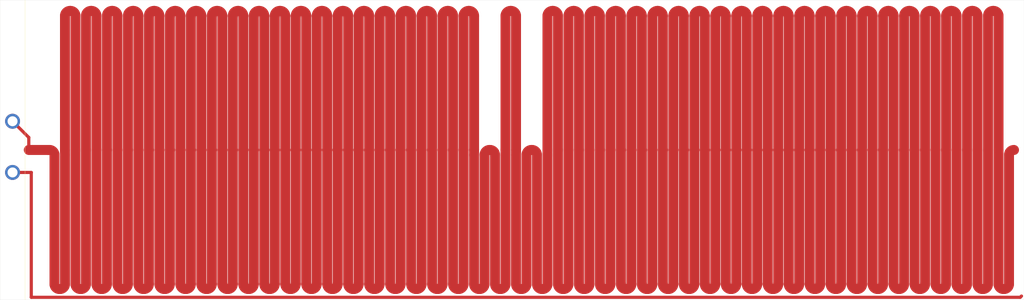
<source format=kicad_pcb>
(kicad_pcb
	(version 20241229)
	(generator "pcbnew")
	(generator_version "9.0")
	(general
		(thickness 1.6)
		(legacy_teardrops no)
	)
	(paper "A2")
	(layers
		(0 "F.Cu" signal)
		(2 "B.Cu" signal)
		(9 "F.Adhes" user "F.Adhesive")
		(11 "B.Adhes" user "B.Adhesive")
		(13 "F.Paste" user)
		(15 "B.Paste" user)
		(5 "F.SilkS" user "F.Silkscreen")
		(7 "B.SilkS" user "B.Silkscreen")
		(1 "F.Mask" user)
		(3 "B.Mask" user)
		(17 "Dwgs.User" user "User.Drawings")
		(19 "Cmts.User" user "User.Comments")
		(21 "Eco1.User" user "User.Eco1")
		(23 "Eco2.User" user "User.Eco2")
		(25 "Edge.Cuts" user)
		(27 "Margin" user)
		(31 "F.CrtYd" user "F.Courtyard")
		(29 "B.CrtYd" user "B.Courtyard")
		(35 "F.Fab" user)
		(33 "B.Fab" user)
		(39 "User.1" user)
		(41 "User.2" user)
		(43 "User.3" user)
		(45 "User.4" user)
	)
	(setup
		(stackup
			(layer "F.SilkS"
				(type "Top Silk Screen")
			)
			(layer "F.Paste"
				(type "Top Solder Paste")
			)
			(layer "F.Mask"
				(type "Top Solder Mask")
				(thickness 0.01)
			)
			(layer "F.Cu"
				(type "copper")
				(thickness 0.035)
			)
			(layer "dielectric 1"
				(type "core")
				(thickness 1.51)
				(material "FR4")
				(epsilon_r 4.5)
				(loss_tangent 0.02)
			)
			(layer "B.Cu"
				(type "copper")
				(thickness 0.035)
			)
			(layer "B.Mask"
				(type "Bottom Solder Mask")
				(thickness 0.01)
			)
			(layer "B.Paste"
				(type "Bottom Solder Paste")
			)
			(layer "B.SilkS"
				(type "Bottom Silk Screen")
			)
			(copper_finish "None")
			(dielectric_constraints no)
		)
		(pad_to_mask_clearance 0)
		(allow_soldermask_bridges_in_footprints no)
		(tenting front back)
		(pcbplotparams
			(layerselection 0x00000000_00000000_55555555_5755f5ff)
			(plot_on_all_layers_selection 0x00000000_00000000_00000000_00000000)
			(disableapertmacros no)
			(usegerberextensions no)
			(usegerberattributes yes)
			(usegerberadvancedattributes yes)
			(creategerberjobfile yes)
			(dashed_line_dash_ratio 12.000000)
			(dashed_line_gap_ratio 3.000000)
			(svgprecision 4)
			(plotframeref no)
			(mode 1)
			(useauxorigin no)
			(hpglpennumber 1)
			(hpglpenspeed 20)
			(hpglpendiameter 15.000000)
			(pdf_front_fp_property_popups yes)
			(pdf_back_fp_property_popups yes)
			(pdf_metadata yes)
			(pdf_single_document no)
			(dxfpolygonmode yes)
			(dxfimperialunits yes)
			(dxfusepcbnewfont yes)
			(psnegative no)
			(psa4output no)
			(plot_black_and_white yes)
			(sketchpadsonfab no)
			(plotpadnumbers no)
			(hidednponfab no)
			(sketchdnponfab yes)
			(crossoutdnponfab yes)
			(subtractmaskfromsilk no)
			(outputformat 1)
			(mirror no)
			(drillshape 1)
			(scaleselection 1)
			(outputdirectory "")
		)
	)
	(net 0 "")
	(gr_line
		(start 100 151)
		(end 100 271)
		(stroke
			(width 0.1)
			(type default)
		)
		(layer "F.SilkS")
		(uuid "cf2f55bf-36ce-4fe2-9b25-c014ed5b5f7b")
	)
	(gr_rect
		(start 90 151)
		(end 500 271)
		(stroke
			(width 0.05)
			(type solid)
		)
		(fill no)
		(layer "Edge.Cuts")
		(uuid "24044418-cf5e-4b73-88ed-121f2ae890a2")
	)
	(segment
		(start 395.399954 155.319999)
		(end 395.199954 155.319998)
		(width 4)
		(layer "F.Cu")
		(net 0)
		(uuid "01c13cd1-34ce-4904-8a10-7faea2d02469")
	)
	(segment
		(start 372.199942 211)
		(end 372.199942 157.32)
		(width 4)
		(layer "F.Cu")
		(net 0)
		(uuid "02361119-d9ce-45f6-800c-53f4c6b8b828")
	)
	(segment
		(start 241.999888 210.999999)
		(end 241.999888 264.679999)
		(width 4)
		(layer "F.Cu")
		(net 0)
		(uuid "02c695fb-471c-478b-ab7c-06fa5fcd2c19")
	)
	(segment
		(start 403.799958 155.319999)
		(end 403.599958 155.319998)
		(width 4)
		(layer "F.Cu")
		(net 0)
		(uuid "03505a99-369b-4ee8-baa9-968a50d8263f")
	)
	(segment
		(start 418.399964 210.999998)
		(end 418.399964 211)
		(width 4)
		(layer "F.Cu")
		(net 0)
		(uuid "039a13b3-088a-44d0-bc1f-f993deec72d3")
	)
	(segment
		(start 409.999961 157.319998)
		(end 409.99996 210.999998)
		(width 4)
		(layer "F.Cu")
		(net 0)
		(uuid "03b6bcf6-01a2-44fb-92ac-b14c59805668")
	)
	(segment
		(start 178.999858 210.999999)
		(end 178.999858 157.319999)
		(width 4)
		(layer "F.Cu")
		(net 0)
		(uuid "03dc8396-176d-4c36-b023-11eca30e15b3")
	)
	(segment
		(start 246.19989 211.000001)
		(end 246.19989 210.999999)
		(width 4)
		(layer "F.Cu")
		(net 0)
		(uuid "05b783cb-4256-4e3f-a6fb-e71fa93e79ba")
	)
	(segment
		(start 283.999908 213)
		(end 283.999908 264.68)
		(width 4)
		(layer "F.Cu")
		(net 0)
		(uuid "0639706d-6e14-4a12-9df0-eeaeb4f41691")
	)
	(segment
		(start 132.799836 210.999997)
		(end 132.799836 210.999999)
		(width 4)
		(layer "F.Cu")
		(net 0)
		(uuid "06f7c478-b723-4920-82c4-e799562031e7")
	)
	(segment
		(start 428.99997 155.319999)
		(end 428.79997 155.319998)
		(width 4)
		(layer "F.Cu")
		(net 0)
		(uuid "07071f2e-dcc1-4424-b34f-c79f41fa0b97")
	)
	(segment
		(start 405.799959 264.680002)
		(end 405.799958 211.000002)
		(width 4)
		(layer "F.Cu")
		(net 0)
		(uuid "08345adf-4b0a-4563-9a92-3a5c8fc3b13e")
	)
	(segment
		(start 160.19985 155.319998)
		(end 159.99985 155.319997)
		(width 4)
		(layer "F.Cu")
		(net 0)
		(uuid "08a11ca7-2cc1-4e73-aa56-18a1ebe76e94")
	)
	(segment
		(start 271.399902 210.999999)
		(end 271.399902 157.319999)
		(width 4)
		(layer "F.Cu")
		(net 0)
		(uuid "09388719-bbe4-4f3c-94ac-e5ba1d5cbcb6")
	)
	(segment
		(start 109.799826 211.000002)
		(end 109.599828 211)
		(width 4)
		(layer "F.Cu")
		(net 0)
		(uuid "0944628f-62ac-4121-99b2-e2461a984215")
	)
	(segment
		(start 277.799906 155.319998)
		(end 277.599906 155.319997)
		(width 4)
		(layer "F.Cu")
		(net 0)
		(uuid "095b204c-1ccb-4353-acaf-7b1a4feeccdb")
	)
	(segment
		(start 487.799998 155.319999)
		(end 487.599998 155.319998)
		(width 4)
		(layer "F.Cu")
		(net 0)
		(uuid "0a1afae4-f34d-4d9d-91a2-7efcd3ea3a93")
	)
	(segment
		(start 447.799978 211)
		(end 447.799978 157.32)
		(width 4)
		(layer "F.Cu")
		(net 0)
		(uuid "0a47eddf-23c4-40da-9aaa-db7b29c74ac7")
	)
	(segment
		(start 168.599854 155.319998)
		(end 168.399854 155.319997)
		(width 4)
		(layer "F.Cu")
		(net 0)
		(uuid "0a731208-051e-4336-9eb3-21e705726c7c")
	)
	(segment
		(start 136.999838 211.000001)
		(end 136.999838 210.999999)
		(width 4)
		(layer "F.Cu")
		(net 0)
		(uuid "0adb4efe-8345-4234-87ad-b65d83e0981a")
	)
	(segment
		(start 181.19986 266.68)
		(end 180.99986 266.680001)
		(width 4)
		(layer "F.Cu")
		(net 0)
		(uuid "0afa4753-e20c-4af1-975a-185e4362c623")
	)
	(segment
		(start 439.399974 211.000002)
		(end 439.399974 211)
		(width 4)
		(layer "F.Cu")
		(net 0)
		(uuid "0d8ea265-1f82-4934-8813-85b7d97f48f9")
	)
	(segment
		(start 292.399909 157.319997)
		(end 292.399908 210.999997)
		(width 4)
		(layer "F.Cu")
		(net 0)
		(uuid "0dba3ac7-a626-4ecd-a492-61138bc6ed21")
	)
	(segment
		(start 338.599926 211)
		(end 338.599926 157.32)
		(width 4)
		(layer "F.Cu")
		(net 0)
		(uuid "0e3a61b3-ea2a-4c59-a3d2-9b4850250bc5")
	)
	(segment
		(start 294.59991 155.319998)
		(end 294.39991 155.319997)
		(width 4)
		(layer "F.Cu")
		(net 0)
		(uuid "0e562f50-6827-4114-9f18-e714484490db")
	)
	(segment
		(start 183.19986 210.999999)
		(end 183.19986 264.679999)
		(width 4)
		(layer "F.Cu")
		(net 0)
		(uuid "0e6c6c59-5fcc-4c12-8c9c-7d0ccc3fcc46")
	)
	(segment
		(start 475.199992 266.680001)
		(end 474.999992 266.680002)
		(width 4)
		(layer "F.Cu")
		(net 0)
		(uuid "0f3c84f0-0ba5-461f-9247-a0bba9c56742")
	)
	(segment
		(start 357.599936 266.680001)
		(end 357.399936 266.680002)
		(width 4)
		(layer "F.Cu")
		(net 0)
		(uuid "10008b63-6ea9-4369-8609-5580b4341ac9")
	)
	(segment
		(start 271.399903 264.680001)
		(end 271.399902 211.000001)
		(width 4)
		(layer "F.Cu")
		(net 0)
		(uuid "113cc7f4-8ed0-4174-81c3-211f309b3f15")
	)
	(segment
		(start 164.399852 266.68)
		(end 164.199852 266.680001)
		(width 4)
		(layer "F.Cu")
		(net 0)
		(uuid "11550cba-dae3-46bd-a3b4-33cdccdf6304")
	)
	(segment
		(start 141.19984 210.999999)
		(end 141.19984 264.679999)
		(width 4)
		(layer "F.Cu")
		(net 0)
		(uuid "11f5123f-1fd5-4aca-884d-d7344877faa8")
	)
	(segment
		(start 460.399984 210.999998)
		(end 460.399984 211)
		(width 4)
		(layer "F.Cu")
		(net 0)
		(uuid "12396d12-eff0-44b7-858d-e47124372995")
	)
	(segment
		(start 132.799837 157.319997)
		(end 132.799836 210.999997)
		(width 4)
		(layer "F.Cu")
		(net 0)
		(uuid "12fbbf96-5a9b-40c5-8647-bb16b0166313")
	)
	(segment
		(start 447.799979 264.680002)
		(end 447.799978 211.000002)
		(width 4)
		(layer "F.Cu")
		(net 0)
		(uuid "13f92191-3f63-467e-b8ba-2a68f7516c92")
	)
	(segment
		(start 309.199912 213)
		(end 309.199912 264.68)
		(width 4)
		(layer "F.Cu")
		(net 0)
		(uuid "1464229d-913e-4657-bbc1-5cf5215c6bd1")
	)
	(segment
		(start 439.399975 264.680002)
		(end 439.399974 211.000002)
		(width 4)
		(layer "F.Cu")
		(net 0)
		(uuid "149e72b2-ef2d-4759-9cfb-efa899ea646e")
	)
	(segment
		(start 153.799846 210.999999)
		(end 153.799846 157.319999)
		(width 4)
		(layer "F.Cu")
		(net 0)
		(uuid "15725705-fc42-41d2-b50a-58241fe1cbe0")
	)
	(segment
		(start 498.5 270)
		(end 499 269.5)
		(width 1.27)
		(layer "F.Cu")
		(net 0)
		(uuid "1679628b-d751-46ac-98ab-fef7eea5463c")
	)
	(segment
		(start 292.399908 210.999997)
		(end 292.399908 212.999999)
		(width 4)
		(layer "F.Cu")
		(net 0)
		(uuid "17439d28-8eb2-48d8-b76c-fad43fd01b2c")
	)
	(segment
		(start 174.799856 210.999997)
		(end 174.799856 210.999999)
		(width 4)
		(layer "F.Cu")
		(net 0)
		(uuid "1746c6ee-1f96-496e-9a6d-14b63464a32a")
	)
	(segment
		(start 397.399954 211.000002)
		(end 397.399954 211)
		(width 4)
		(layer "F.Cu")
		(net 0)
		(uuid "1783d2bc-2fb6-402d-b288-001fb5bca371")
	)
	(segment
		(start 382.799948 266.680001)
		(end 382.599948 266.680002)
		(width 4)
		(layer "F.Cu")
		(net 0)
		(uuid "1815ba99-06a6-4e52-81cc-b6e8f9c86606")
	)
	(segment
		(start 334.399925 157.319998)
		(end 334.399924 210.999998)
		(width 4)
		(layer "F.Cu")
		(net 0)
		(uuid "18469e8e-eb16-4166-982f-fbbdf01702ef")
	)
	(segment
		(start 481.399994 211)
		(end 481.399994 157.32)
		(width 4)
		(layer "F.Cu")
		(net 0)
		(uuid "1904d9d9-af9c-4da7-8e5b-b0a85b10bbb2")
	)
	(segment
		(start 101.5 206)
		(end 95 199.5)
		(width 1.27)
		(layer "F.Cu")
		(net 0)
		(uuid "19136ac7-98cf-4f9c-855e-b2e8768a7e88")
	)
	(segment
		(start 342.799928 210.999998)
		(end 342.799928 211)
		(width 4)
		(layer "F.Cu")
		(net 0)
		(uuid "1a5761a0-49b4-4445-b624-d28301e4a094")
	)
	(segment
		(start 187.399862 210.999999)
		(end 187.399862 157.319999)
		(width 4)
		(layer "F.Cu")
		(net 0)
		(uuid "1a7a918b-c89c-4253-be40-5ddd6dfc376e")
	)
	(segment
		(start 166.399852 210.999997)
		(end 166.399852 210.999999)
		(width 4)
		(layer "F.Cu")
		(net 0)
		(uuid "1afd8235-c0a8-4926-8a8e-1731b5b97376")
	)
	(segment
		(start 145.399842 211.000001)
		(end 145.399842 210.999999)
		(width 4)
		(layer "F.Cu")
		(net 0)
		(uuid "1b7e934b-0b7d-4576-b87d-c7e660eca9b0")
	)
	(segment
		(start 145.399842 210.999999)
		(end 145.399842 157.319999)
		(width 4)
		(layer "F.Cu")
		(net 0)
		(uuid "1b95261a-0324-4bf8-8c2f-b11f92e38845")
	)
	(segment
		(start 338.599926 211.000002)
		(end 338.599926 211)
		(width 4)
		(layer "F.Cu")
		(net 0)
		(uuid "1c33a896-8a3c-4ba7-bcdd-ab6bab965ff2")
	)
	(segment
		(start 384.799949 157.319998)
		(end 384.799948 210.999998)
		(width 4)
		(layer "F.Cu")
		(net 0)
		(uuid "1cb96c6f-c44f-48f5-8be4-4a85077ba90f")
	)
	(segment
		(start 313.399914 211)
		(end 313.399914 157.32)
		(width 4)
		(layer "F.Cu")
		(net 0)
		(uuid "1ccc4aa6-47ae-45c6-9eba-cba8ed97ed9c")
	)
	(segment
		(start 216.799877 157.319997)
		(end 216.799876 210.999997)
		(width 4)
		(layer "F.Cu")
		(net 0)
		(uuid "1dfbe72d-b8b2-4998-850d-c5865ee56bee")
	)
	(segment
		(start 468.799989 157.319998)
		(end 468.799988 210.999998)
		(width 4)
		(layer "F.Cu")
		(net 0)
		(uuid "1eb7478b-c15b-41b2-ba1a-1b57aa3233b6")
	)
	(segment
		(start 481.399995 264.680002)
		(end 481.399994 211.000002)
		(width 4)
		(layer "F.Cu")
		(net 0)
		(uuid "1ef5e091-13d8-447d-b262-cee088a25b9a")
	)
	(segment
		(start 485.599996 211)
		(end 485.599996 264.68)
		(width 4)
		(layer "F.Cu")
		(net 0)
		(uuid "1f1529a9-d18f-4d46-8d32-fea20e1b83b1")
	)
	(segment
		(start 315.599916 266.680001)
		(end 315.399916 266.680002)
		(width 4)
		(layer "F.Cu")
		(net 0)
		(uuid "1fe505df-22ef-4d55-9332-7cd2a1ee763d")
	)
	(segment
		(start 372.199943 264.680002)
		(end 372.199942 211.000002)
		(width 4)
		(layer "F.Cu")
		(net 0)
		(uuid "1fead253-03a4-4cf7-a533-01c2e5a8598c")
	)
	(segment
		(start 355.399935 264.680002)
		(end 355.399934 211.000002)
		(width 4)
		(layer "F.Cu")
		(net 0)
		(uuid "22bffb37-6852-46e4-8c4a-cdfd8dffaf87")
	)
	(segment
		(start 120.19983 211.000001)
		(end 120.19983 210.999999)
		(width 4)
		(layer "F.Cu")
		(net 0)
		(uuid "234477e2-ea87-4883-99ef-8dc964df745b")
	)
	(segment
		(start 185.399862 155.319998)
		(end 185.199862 155.319997)
		(width 4)
		(layer "F.Cu")
		(net 0)
		(uuid "24623688-8fce-4cd2-98e3-85c6511cbe53")
	)
	(segment
		(start 124.399833 157.319997)
		(end 124.399832 210.999997)
		(width 4)
		(layer "F.Cu")
		(net 0)
		(uuid "247cd25e-4b43-4694-bd3d-ac9ac79a2fd1")
	)
	(segment
		(start 468.799988 210.999998)
		(end 468.799988 211)
		(width 4)
		(layer "F.Cu")
		(net 0)
		(uuid "25271ad3-36ec-4ddd-b292-c48b0c2cb221")
	)
	(segment
		(start 451.99998 211)
		(end 451.99998 264.68)
		(width 4)
		(layer "F.Cu")
		(net 0)
		(uuid "254a4505-3dbf-400e-b856-af14f2a88ec4")
	)
	(segment
		(start 430.999971 264.680002)
		(end 430.99997 211.000002)
		(width 4)
		(layer "F.Cu")
		(net 0)
		(uuid "259b2b19-14d7-457d-94ea-09b08eddc86b")
	)
	(segment
		(start 136.999838 210.999999)
		(end 136.999838 157.319999)
		(width 4)
		(layer "F.Cu")
		(net 0)
		(uuid "25e1dce9-adc0-40d1-bdfd-95051a2b56fc")
	)
	(segment
		(start 336.599926 155.319999)
		(end 336.399926 155.319998)
		(width 4)
		(layer "F.Cu")
		(net 0)
		(uuid "26c35178-f0c1-4131-b9ea-ed01914ef5ae")
	)
	(segment
		(start 218.999878 155.319998)
		(end 218.799878 155.319997)
		(width 4)
		(layer "F.Cu")
		(net 0)
		(uuid "27d47cb7-a73f-4f1e-b8fb-22c5c669801a")
	)
	(segment
		(start 399.599956 266.680001)
		(end 399.399956 266.680002)
		(width 4)
		(layer "F.Cu")
		(net 0)
		(uuid "293978bd-f985-4bf3-95cf-3d4b0148f4c9")
	)
	(segment
		(start 267.199901 157.319997)
		(end 267.1999 210.999997)
		(width 4)
		(layer "F.Cu")
		(net 0)
		(uuid "2b3c20c0-afb8-43bc-983f-30ef9620a65f")
	)
	(segment
		(start 241.999888 210.999997)
		(end 241.999888 210.999999)
		(width 4)
		(layer "F.Cu")
		(net 0)
		(uuid "2bf680c0-f96b-4384-adad-d56b9ee7a384")
	)
	(segment
		(start 422.599967 264.680002)
		(end 422.599966 211.000002)
		(width 4)
		(layer "F.Cu")
		(net 0)
		(uuid "2c30e20f-6902-4c65-941c-bd7e693e531e")
	)
	(segment
		(start 313.399914 211.000002)
		(end 313.399914 211)
		(width 4)
		(layer "F.Cu")
		(net 0)
		(uuid "2c3d21e5-cb3a-4489-b1c7-6b0807d1e583")
	)
	(segment
		(start 285.999908 211)
		(end 285.999908 210.999999)
		(width 4)
		(layer "F.Cu")
		(net 0)
		(uuid "2c75975a-3ef9-4242-9028-7f8af56d3af5")
	)
	(segment
		(start 359.599936 210.999998)
		(end 359.599936 211)
		(width 4)
		(layer "F.Cu")
		(net 0)
		(uuid "2cece010-8808-4f2f-b5cf-4a665c273339")
	)
	(segment
		(start 466.799988 266.680001)
		(end 466.599988 266.680002)
		(width 4)
		(layer "F.Cu")
		(net 0)
		(uuid "2ea61d47-60c1-4668-a204-f2e9cecdaefe")
	)
	(segment
		(start 479.399994 155.319999)
		(end 479.199994 155.319998)
		(width 4)
		(layer "F.Cu")
		(net 0)
		(uuid "2ed08e3b-a629-4daf-bb24-9376efbbe37f")
	)
	(segment
		(start 172.799856 266.68)
		(end 172.599856 266.680001)
		(width 4)
		(layer "F.Cu")
		(net 0)
		(uuid "2eed7730-e053-4641-b0ac-8517ce3128ae")
	)
	(segment
		(start 307.199912 266.680001)
		(end 306.999912 266.680002)
		(width 4)
		(layer "F.Cu")
		(net 0)
		(uuid "2fa0ea44-bd01-4762-8487-64ec8d2b5c30")
	)
	(segment
		(start 359.599937 157.319998)
		(end 359.599936 210.999998)
		(width 4)
		(layer "F.Cu")
		(net 0)
		(uuid "3102f931-b52b-480e-81ec-eb6bf18f5cca")
	)
	(segment
		(start 111.799827 264.680001)
		(end 111.799826 213.000001)
		(width 4)
		(layer "F.Cu")
		(net 0)
		(uuid "312283dc-501c-4544-b950-3ecf216d375f")
	)
	(segment
		(start 128.599835 264.680001)
		(end 128.599834 211.000001)
		(width 4)
		(layer "F.Cu")
		(net 0)
		(uuid "318fdb98-3a45-44a8-976d-ae6b8a1786c0")
	)
	(segment
		(start 319.799918 155.319999)
		(end 319.599918 155.319998)
		(width 4)
		(layer "F.Cu")
		(net 0)
		(uuid "31a36a91-daab-4518-852d-d9f204ba6654")
	)
	(segment
		(start 422.599966 211)
		(end 422.599966 157.32)
		(width 4)
		(layer "F.Cu")
		(net 0)
		(uuid "3263b92a-aa12-4cb5-b095-9ca7611b48d1")
	)
	(segment
		(start 334.399924 211)
		(end 334.399924 264.68)
		(width 4)
		(layer "F.Cu")
		(net 0)
		(uuid "3264a9cf-4a6b-4288-976f-570a8f1befaf")
	)
	(segment
		(start 102.5 220)
		(end 102.5 270)
		(width 1.27)
		(layer "F.Cu")
		(net 0)
		(uuid "33473067-2b54-4bd1-9875-933caa768621")
	)
	(segment
		(start 376.399945 157.319998)
		(end 376.399944 210.999998)
		(width 4)
		(layer "F.Cu")
		(net 0)
		(uuid "33944839-87ee-4115-b25f-ce296cc4e09f")
	)
	(segment
		(start 220.999878 211.000001)
		(end 220.999878 210.999999)
		(width 4)
		(layer "F.Cu")
		(net 0)
		(uuid "33cd23d3-9e15-444f-b324-5c9310653e61")
	)
	(segment
		(start 405.799958 211)
		(end 405.799958 157.32)
		(width 4)
		(layer "F.Cu")
		(net 0)
		(uuid "345b993d-2cc8-4b17-839e-e26721559897")
	)
	(segment
		(start 449.99998 266.680001)
		(end 449.79998 266.680002)
		(width 4)
		(layer "F.Cu")
		(net 0)
		(uuid "346d29e2-e82f-4453-b9ab-f8c747de0820")
	)
	(segment
		(start 472.999991 264.680002)
		(end 472.99999 211.000002)
		(width 4)
		(layer "F.Cu")
		(net 0)
		(uuid "3649cdf6-0e5d-4cd5-85d5-e9910e0aabef")
	)
	(segment
		(start 258.799896 210.999997)
		(end 258.799896 210.999999)
		(width 4)
		(layer "F.Cu")
		(net 0)
		(uuid "369ee489-5773-4e67-a29e-15cb53b7e232")
	)
	(segment
		(start 197.999868 266.68)
		(end 197.799868 266.680001)
		(width 4)
		(layer "F.Cu")
		(net 0)
		(uuid "372f1019-07e6-4160-93e9-0111c534982e")
	)
	(segment
		(start 139.19984 266.68)
		(end 138.99984 266.680001)
		(width 4)
		(layer "F.Cu")
		(net 0)
		(uuid "374bbad7-c09a-48d4-b49f-22313535daf9")
	)
	(segment
		(start 494 213.000001)
		(end 494 264.680001)
		(width 4)
		(layer "F.Cu")
		(net 0)
		(uuid "3831db56-544d-4725-b903-fc319a790fa4")
	)
	(segment
		(start 401.599957 157.319998)
		(end 401.599956 210.999998)
		(width 4)
		(layer "F.Cu")
		(net 0)
		(uuid "38513083-9da2-49dc-8dae-f7f836559fd0")
	)
	(segment
		(start 124.399832 210.999999)
		(end 124.399832 264.679999)
		(width 4)
		(layer "F.Cu")
		(net 0)
		(uuid "391e4063-f719-4457-8586-19b05c7c3ef9")
	)
	(segment
		(start 162.19985 211.000001)
		(end 162.19985 210.999999)
		(width 4)
		(layer "F.Cu")
		(net 0)
		(uuid "3936ae54-61c6-4127-84ea-9701182130ac")
	)
	(segment
		(start 376.399944 211)
		(end 376.399944 264.68)
		(width 4)
		(layer "F.Cu")
		(net 0)
		(uuid "3d20b96b-6d1e-498b-bfb5-a6843210e31f")
	)
	(segment
		(start 342.799929 157.319998)
		(end 342.799928 210.999998)
		(width 4)
		(layer "F.Cu")
		(net 0)
		(uuid "3dc95c03-debd-4973-816c-c19bdc893576")
	)
	(segment
		(start 477.199993 157.319998)
		(end 477.199992 210.999998)
		(width 4)
		(layer "F.Cu")
		(net 0)
		(uuid "3f0b41f0-e6ef-45fc-87fa-e97205b27259")
	)
	(segment
		(start 170.599854 211.000001)
		(end 170.599854 210.999999)
		(width 4)
		(layer "F.Cu")
		(net 0)
		(uuid "3facbf87-1640-47fa-bbc6-89b136ad9585")
	)
	(segment
		(start 115.999828 212.999999)
		(end 115.999828 264.679999)
		(width 4)
		(layer "F.Cu")
		(net 0)
		(uuid "3fae5778-c845-4526-b20e-27981eeaf026")
	)
	(segment
		(start 246.199891 264.680001)
		(end 246.19989 211.000001)
		(width 4)
		(layer "F.Cu")
		(net 0)
		(uuid "3fb0b393-cacd-4a23-8ff7-c6db85206989")
	)
	(segment
		(start 346.99993 211.000002)
		(end 346.99993 211)
		(width 4)
		(layer "F.Cu")
		(net 0)
		(uuid "3fe7c54d-3e48-4b79-856c-b4c30645db1d")
	)
	(segment
		(start 195.799867 264.680001)
		(end 195.799866 211.000001)
		(width 4)
		(layer "F.Cu")
		(net 0)
		(uuid "4068e6b3-92cd-457b-90b8-2c959b5c8d9b")
	)
	(segment
		(start 279.799907 264.680002)
		(end 279.799906 213.000002)
		(width 4)
		(layer "F.Cu")
		(net 0)
		(uuid "41a69d71-5df2-4a50-9f8c-92f9fb127d48")
	)
	(segment
		(start 412.199962 155.319999)
		(end 411.999962 155.319998)
		(width 4)
		(layer "F.Cu")
		(net 0)
		(uuid "41e8ea3a-ebae-4016-9790-974293749e98")
	)
	(segment
		(start 208.399872 210.999999)
		(end 208.399872 264.679999)
		(width 4)
		(layer "F.Cu")
		(net 0)
		(uuid "42cab8bc-2c75-452f-a669-7a8d8942fb5b")
	)
	(segment
		(start 363.799938 211)
		(end 363.799938 157.32)
		(width 4)
		(layer "F.Cu")
		(net 0)
		(uuid "4302e78d-7abe-4ded-bf4f-96d3020579b3")
	)
	(segment
		(start 260.999898 155.319998)
		(end 260.799898 155.319997)
		(width 4)
		(layer "F.Cu")
		(net 0)
		(uuid "43f48e3f-424e-4696-956c-62f73196575f")
	)
	(segment
		(start 328.199922 155.319999)
		(end 327.999922 155.319998)
		(width 4)
		(layer "F.Cu")
		(net 0)
		(uuid "4474efdc-2647-41f4-88a7-1d387fe22eca")
	)
	(segment
		(start 269.399902 155.319998)
		(end 269.199902 155.319997)
		(width 4)
		(layer "F.Cu")
		(net 0)
		(uuid "44d6e105-3146-4310-9696-0faa1f321e4d")
	)
	(segment
		(start 380.599946 211.000002)
		(end 380.599946 211)
		(width 4)
		(layer "F.Cu")
		(net 0)
		(uuid "45b0b25c-5dfc-440a-aa44-30bc053d4a17")
	)
	(segment
		(start 262.999899 264.680001)
		(end 262.999898 211.000001)
		(width 4)
		(layer "F.Cu")
		(net 0)
		(uuid "47093356-4fb0-499f-bd70-cfa219b247e4")
	)
	(segment
		(start 147.599844 266.68)
		(end 147.399844 266.680001)
		(width 4)
		(layer "F.Cu")
		(net 0)
		(uuid "473e2cca-7c98-4b92-b7b8-2b01fbbc4048")
	)
	(segment
		(start 378.599946 155.319999)
		(end 378.399946 155.319998)
		(width 4)
		(layer "F.Cu")
		(net 0)
		(uuid "47ba05b7-9731-440c-96a2-c4d89617f36a")
	)
	(segment
		(start 275.599905 157.319997)
		(end 275.599904 210.999997)
		(width 4)
		(layer "F.Cu")
		(net 0)
		(uuid "481a11df-730f-4780-b792-b3863599f889")
	)
	(segment
		(start 367.999941 157.319998)
		(end 367.99994 210.999998)
		(width 4)
		(layer "F.Cu")
		(net 0)
		(uuid "485ff835-8686-45f7-83df-f3157c675150")
	)
	(segment
		(start 321.799919 264.680002)
		(end 321.799918 211.000002)
		(width 4)
		(layer "F.Cu")
		(net 0)
		(uuid "495e643f-4c03-48fe-bd27-303d24784fb4")
	)
	(segment
		(start 380.599946 211)
		(end 380.599946 157.32)
		(width 4)
		(layer "F.Cu")
		(net 0)
		(uuid "497c1be2-7c0c-4703-99dc-83de6dda8494")
	)
	(segment
		(start 199.999869 157.319997)
		(end 199.999868 210.999997)
		(width 4)
		(layer "F.Cu")
		(net 0)
		(uuid "4b8406e9-f506-40ef-8959-08d101c1e135")
	)
	(segment
		(start 101.5 210.999999)
		(end 101.5 210.718827)
		(width 1.27)
		(layer "F.Cu")
		(net 0)
		(uuid "4bff3241-2e37-4bc5-96ae-3fe1239fc36b")
	)
	(segment
		(start 157.999849 157.319997)
		(end 157.999848 210.999997)
		(width 4)
		(layer "F.Cu")
		(net 0)
		(uuid "4cdcf357-e097-439f-96f9-2d8e7ae0c752")
	)
	(segment
		(start 113.999828 266.68)
		(end 113.799828 266.680001)
		(width 4)
		(layer "F.Cu")
		(net 0)
		(uuid "4d85a496-d69d-45f8-8a8f-3091a125559b")
	)
	(segment
		(start 191.599864 210.999997)
		(end 191.599864 210.999999)
		(width 4)
		(layer "F.Cu")
		(net 0)
		(uuid "50da03ec-2dd9-4c7d-9a49-aad7fa2d6e50")
	)
	(segment
		(start 262.999898 210.999999)
		(end 262.999898 157.319999)
		(width 4)
		(layer "F.Cu")
		(net 0)
		(uuid "553aa847-0e55-4305-ad25-4d6315e5f693")
	)
	(segment
		(start 456.199982 211.000002)
		(end 456.199982 211)
		(width 4)
		(layer "F.Cu")
		(net 0)
		(uuid "5557d027-f65d-4bdf-b3cb-c91c9c2118a2")
	)
	(segment
		(start 302.99991 211.000003)
		(end 302.799912 211.000001)
		(width 4)
		(layer "F.Cu")
		(net 0)
		(uuid "55fb040a-1ed8-4502-9372-88ed3009c729")
	)
	(segment
		(start 458.399984 266.680001)
		(end 458.199984 266.680002)
		(width 4)
		(layer "F.Cu")
		(net 0)
		(uuid "57eec3a7-90c6-4062-a419-368a92edbff4")
	)
	(segment
		(start 351.199932 211)
		(end 351.199932 264.68)
		(width 4)
		(layer "F.Cu")
		(net 0)
		(uuid "5866039b-6011-4e41-bf63-3756a86111ea")
	)
	(segment
		(start 397.399955 264.680002)
		(end 397.399954 211.000002)
		(width 4)
		(layer "F.Cu")
		(net 0)
		(uuid "58e3c6b9-2c8d-4b9c-b4c3-7c8f31fdb664")
	)
	(segment
		(start 338.599927 264.680002)
		(end 338.599926 211.000002)
		(width 4)
		(layer "F.Cu")
		(net 0)
		(uuid "5a549b77-80d8-4a4a-8609-8578b0d178f1")
	)
	(segment
		(start 254.599894 211.000001)
		(end 254.599894 210.999999)
		(width 4)
		(layer "F.Cu")
		(net 0)
		(uuid "5afdbdd2-84e1-4c01-9785-784db5990131")
	)
	(segment
		(start 252.599894 155.319998)
		(end 252.399894 155.319997)
		(width 4)
		(layer "F.Cu")
		(net 0)
		(uuid "5b0c3224-f9f3-4bab-adf6-fd44caf84766")
	)
	(segment
		(start 424.799968 266.680001)
		(end 424.599968 266.680002)
		(width 4)
		(layer "F.Cu")
		(net 0)
		(uuid "5b5b6067-b502-4d4b-9f12-883cf422d4a5")
	)
	(segment
		(start 460.399984 211)
		(end 460.399984 264.68)
		(width 4)
		(layer "F.Cu")
		(net 0)
		(uuid "5bf406c7-b0b1-4d89-80dc-5abf3b25cbde")
	)
	(segment
		(start 157.999848 210.999997)
		(end 157.999848 210.999999)
		(width 4)
		(layer "F.Cu")
		(net 0)
		(uuid "5c18c94c-e9d2-487a-b617-c6cf5f31366a")
	)
	(segment
		(start 439.399974 211)
		(end 439.399974 157.32)
		(width 4)
		(layer "F.Cu")
		(net 0)
		(uuid "5d121ba6-42a0-494e-982c-03cc4b43343d")
	)
	(segment
		(start 304.999911 264.680002)
		(end 304.99991 213.000002)
		(width 4)
		(layer "F.Cu")
		(net 0)
		(uuid "5d4e48de-4485-424e-ad0d-5df20a7f7f50")
	)
	(segment
		(start 128.599834 210.999999)
		(end 128.599834 157.319999)
		(width 4)
		(layer "F.Cu")
		(net 0)
		(uuid "5e572eb9-d34a-4809-9573-c08febbbbac3")
	)
	(segment
		(start 418.399965 157.319998)
		(end 418.399964 210.999998)
		(width 4)
		(layer "F.Cu")
		(net 0)
		(uuid "5e63671b-bb6d-47bc-92b5-aa91d4df501b")
	)
	(segment
		(start 162.199851 264.680001)
		(end 162.19985 211.000001)
		(width 4)
		(layer "F.Cu")
		(net 0)
		(uuid "5e6fbdf6-1b99-4306-9d00-1a08de1e5714")
	)
	(segment
		(start 174.799856 210.999999)
		(end 174.799856 264.679999)
		(width 4)
		(layer "F.Cu")
		(net 0)
		(uuid "601c4366-230c-49fd-bd6b-1c2b148320ce")
	)
	(segment
		(start 191.599865 157.319997)
		(end 191.599864 210.999997)
		(width 4)
		(layer "F.Cu")
		(net 0)
		(uuid "63af40a1-33dd-43ba-9688-dd5d86eb4cb1")
	)
	(segment
		(start 149.599844 210.999999)
		(end 149.599844 264.679999)
		(width 4)
		(layer "F.Cu")
		(net 0)
		(uuid "63b0d222-e01c-41ab-9f1c-f9b4dcd3ad51")
	)
	(segment
		(start 472.99999 211)
		(end 472.99999 157.32)
		(width 4)
		(layer "F.Cu")
		(net 0)
		(uuid "63fc2693-ad0a-41fc-9e0c-e6c2f2971fe4")
	)
	(segment
		(start 361.799938 155.319999)
		(end 361.599938 155.319998)
		(width 4)
		(layer "F.Cu")
		(net 0)
		(uuid "6414a765-3a3c-4e1c-9ecc-1464fd0e5ae5")
	)
	(segment
		(start 210.599874 155.319998)
		(end 210.399874 155.319997)
		(width 4)
		(layer "F.Cu")
		(net 0)
		(uuid "648e8070-8ba7-47bb-a984-67c82fc32e59")
	)
	(segment
		(start 288.199907 264.680001)
		(end 288.199906 213.000001)
		(width 4)
		(layer "F.Cu")
		(net 0)
		(uuid "65688925-da97-4c2d-af9b-06c33b17a849")
	)
	(segment
		(start 183.19986 210.999997)
		(end 183.19986 210.999999)
		(width 4)
		(layer "F.Cu")
		(net 0)
		(uuid "65a4d5ef-a3a0-47f6-ae50-a3daae383348")
	)
	(segment
		(start 155.999848 266.68)
		(end 155.799848 266.680001)
		(width 4)
		(layer "F.Cu")
		(net 0)
		(uuid "65d56ffc-06ec-4e01-949d-83cc9fe5dd02")
	)
	(segment
		(start 470.99999 155.319999)
		(end 470.79999 155.319998)
		(width 4)
		(layer "F.Cu")
		(net 0)
		(uuid "66c9d5a3-4ecb-40f2-b22b-059067f5e778")
	)
	(segment
		(start 101.5 210.718827)
		(end 101.5 206)
		(width 1.27)
		(layer "F.Cu")
		(net 0)
		(uuid "673749f4-8699-40bf-ad3b-e96a979b8920")
	)
	(segment
		(start 178.999858 211.000001)
		(end 178.999858 210.999999)
		(width 4)
		(layer "F.Cu")
		(net 0)
		(uuid "6764e964-6d2d-4ced-837e-2589b5ce73cd")
	)
	(segment
		(start 435.199972 210.999998)
		(end 435.199972 211)
		(width 4)
		(layer "F.Cu")
		(net 0)
		(uuid "687b9eb7-6a0b-493c-be57-c7e733db0a8d")
	)
	(segment
		(start 237.799887 264.680001)
		(end 237.799886 211.000001)
		(width 4)
		(layer "F.Cu")
		(net 0)
		(uuid "695c48f9-157f-4102-8b6c-507f0b933082")
	)
	(segment
		(start 472.99999 211.000002)
		(end 472.99999 211)
		(width 4)
		(layer "F.Cu")
		(net 0)
		(uuid "697db3ac-8ff6-4cdd-a113-e2b1419d396e")
	)
	(segment
		(start 414.199962 211)
		(end 414.199962 157.32)
		(width 4)
		(layer "F.Cu")
		(net 0)
		(uuid "69f17633-d431-4292-8eae-2badce102bff")
	)
	(segment
		(start 229.399882 211.000001)
		(end 229.399882 210.999999)
		(width 4)
		(layer "F.Cu")
		(net 0)
		(uuid "6a2f2a9f-613e-4310-bd68-6e84ea239197")
	)
	(segment
		(start 233.599884 210.999999)
		(end 233.599884 264.679999)
		(width 4)
		(layer "F.Cu")
		(net 0)
		(uuid "6a7534ac-e858-4379-b3a4-7cd7d3e7cd23")
	)
	(segment
		(start 250.399892 210.999999)
		(end 250.399892 264.679999)
		(width 4)
		(layer "F.Cu")
		(net 0)
		(uuid "6a75ee3e-d901-4db5-81d3-df2b33bfecb1")
	)
	(segment
		(start 420.599966 155.319999)
		(end 420.399966 155.319998)
		(width 4)
		(layer "F.Cu")
		(net 0)
		(uuid "6b61a194-fabe-4211-8cd4-4769e8838cb1")
	)
	(segment
		(start 443.599976 210.999998)
		(end 443.599976 211)
		(width 4)
		(layer "F.Cu")
		(net 0)
		(uuid "6b9ebd9e-9011-42d6-a4a8-c13f9164fcbb")
	)
	(segment
		(start 334.399924 210.999998)
		(end 334.399924 211)
		(width 4)
		(layer "F.Cu")
		(net 0)
		(uuid "6be485f3-0297-4552-88b2-03aec37a0216")
	)
	(segment
		(start 363.799939 264.680002)
		(end 363.799938 211.000002)
		(width 4)
		(layer "F.Cu")
		(net 0)
		(uuid "6c2c5f82-d652-4cb2-8915-9c5194f8dfe3")
	)
	(segment
		(start 418.399964 211)
		(end 418.399964 264.68)
		(width 4)
		(layer "F.Cu")
		(net 0)
		(uuid "6cf86613-b041-4837-9f18-063523929ebc")
	)
	(segment
		(start 414.199963 264.680002)
		(end 414.199962 211.000002)
		(width 4)
		(layer "F.Cu")
		(net 0)
		(uuid "6e6b42f9-2cb0-403f-8026-94a85f8addf5")
	)
	(segment
		(start 325.99992 211)
		(end 325.99992 264.68)
		(width 4)
		(layer "F.Cu")
		(net 0)
		(uuid "6ee80176-a495-43a6-8010-a6cb4e58a04a")
	)
	(segment
		(start 409.99996 211)
		(end 409.99996 264.68)
		(width 4)
		(layer "F.Cu")
		(net 0)
		(uuid "6f4b1dfd-0d51-464b-881f-f34f0c7abe99")
	)
	(segment
		(start 191.599864 210.999999)
		(end 191.599864 264.679999)
		(width 4)
		(layer "F.Cu")
		(net 0)
		(uuid "700435bd-61ec-4f6a-9491-1b24eae3c78d")
	)
	(segment
		(start 485.599996 210.999998)
		(end 485.599996 211)
		(width 4)
		(layer "F.Cu")
		(net 0)
		(uuid "70e47da3-209e-455a-8450-7a495b049f07")
	)
	(segment
		(start 321.799918 211.000002)
		(end 321.799918 211)
		(width 4)
		(layer "F.Cu")
		(net 0)
		(uuid "7308a95c-655c-4117-af11-6476fc0fac22")
	)
	(segment
		(start 256.799896 266.68)
		(end 256.599896 266.680001)
		(width 4)
		(layer "F.Cu")
		(net 0)
		(uuid "73b004f0-21f2-495c-a15a-a659832ac573")
	)
	(segment
		(start 149.599844 210.999997)
		(end 149.599844 210.999999)
		(width 4)
		(layer "F.Cu")
		(net 0)
		(uuid "73f46ca8-88ec-4c77-8be8-0e02c66535b6")
	)
	(segment
		(start 296.59991 210.999999)
		(end 296.59991 157.319999)
		(width 4)
		(layer "F.Cu")
		(net 0)
		(uuid "77653be3-f173-4372-908d-a9e64a8d61c5")
	)
	(segment
		(start 275.599904 210.999999)
		(end 275.599904 264.679999)
		(width 4)
		(layer "F.Cu")
		(net 0)
		(uuid "77f6b382-fe3e-434c-9882-bfbfa587490b")
	)
	(segment
		(start 220.999878 210.999999)
		(end 220.999878 157.319999)
		(width 4)
		(layer "F.Cu")
		(net 0)
		(uuid "78887d92-d0e7-4b10-9c90-9ab8c9b82c54")
	)
	(segment
		(start 229.399883 264.680001)
		(end 229.399882 211.000001)
		(width 4)
		(layer "F.Cu")
		(net 0)
		(uuid "7925a02f-7466-4b9f-a636-da6dcf538235")
	)
	(segment
		(start 233.599885 157.319997)
		(end 233.599884 210.999997)
		(width 4)
		(layer "F.Cu")
		(net 0)
		(uuid "7bcbcde5-c606-49f1-bd17-8fdc0f6cd918")
	)
	(segment
		(start 332.399924 266.680001)
		(end 332.199924 266.680002)
		(width 4)
		(layer "F.Cu")
		(net 0)
		(uuid "7dc9413b-561c-44a7-9971-d9b2af4de91a")
	)
	(segment
		(start 414.199962 211.000002)
		(end 414.199962 211)
		(width 4)
		(layer "F.Cu")
		(net 0)
		(uuid "7e5c7982-b709-4d3f-8503-27fdb58b92e2")
	)
	(segment
		(start 212.599874 211.000001)
		(end 212.599874 210.999999)
		(width 4)
		(layer "F.Cu")
		(net 0)
		(uuid "7ed14ee8-a3ec-486c-82ea-f928c1de4720")
	)
	(segment
		(start 174.799857 157.319997)
		(end 174.799856 210.999997)
		(width 4)
		(layer "F.Cu")
		(net 0)
		(uuid "7f99e0e3-3c66-4abd-a0a7-f280a65e430d")
	)
	(segment
		(start 325.99992 210.999998)
		(end 325.99992 211)
		(width 4)
		(layer "F.Cu")
		(net 0)
		(uuid "824e197f-6238-4565-8618-365d741bfe82")
	)
	(segment
		(start 317.599916 211)
		(end 317.599916 264.68)
		(width 4)
		(layer "F.Cu")
		(net 0)
		(uuid "825c87ad-dcc2-41c2-b37f-d52c3e01254e")
	)
	(segment
		(start 323.99992 266.680001)
		(end 323.79992 266.680002)
		(width 4)
		(layer "F.Cu")
		(net 0)
		(uuid "833065f7-0aea-42ba-b8a4-fd19a4e1ea29")
	)
	(segment
		(start 225.199881 157.319997)
		(end 225.19988 210.999997)
		(width 4)
		(layer "F.Cu")
		(net 0)
		(uuid "836da2cf-a792-4aa1-8068-f6922373e0da")
	)
	(segment
		(start 231.599884 266.68)
		(end 231.399884 266.680001)
		(width 4)
		(layer "F.Cu")
		(net 0)
		(uuid "838ad7c8-b6c7-43d6-a18c-eb37099b967c")
	)
	(segment
		(start 193.799866 155.319998)
		(end 193.599866 155.319997)
		(width 4)
		(layer "F.Cu")
		(net 0)
		(uuid "83b43930-acd4-442d-ad60-b2f9bce05dba")
	)
	(segment
		(start 451.99998 210.999998)
		(end 451.99998 211)
		(width 4)
		(layer "F.Cu")
		(net 0)
		(uuid "846a1ee0-e809-49de-9e7b-d35553f27bcf")
	)
	(segment
		(start 195.799866 211.000001)
		(end 195.799866 210.999999)
		(width 4)
		(layer "F.Cu")
		(net 0)
		(uuid "84831384-5cc2-484e-9046-74d51a2c15c9")
	)
	(segment
		(start 386.99995 155.319999)
		(end 386.79995 155.319998)
		(width 4)
		(layer "F.Cu")
		(net 0)
		(uuid "8491662a-ece6-494b-bbd5-0baeab0ced66")
	)
	(segment
		(start 120.19983 210.999999)
		(end 120.19983 157.319999)
		(width 4)
		(layer "F.Cu")
		(net 0)
		(uuid "8530d0f5-0abc-4c47-b478-e84123e08d88")
	)
	(segment
		(start 149.599845 157.319997)
		(end 149.599844 210.999997)
		(width 4)
		(layer "F.Cu")
		(net 0)
		(uuid "85ae9c8d-2f02-4a85-aca2-b6a4aac70a82")
	)
	(segment
		(start 225.19988 210.999997)
		(end 225.19988 210.999999)
		(width 4)
		(layer "F.Cu")
		(net 0)
		(uuid "8748c2c1-8f7e-43de-83da-dfd7280e3acb")
	)
	(segment
		(start 244.19989 155.319998)
		(end 243.99989 155.319997)
		(width 4)
		(layer "F.Cu")
		(net 0)
		(uuid "8761b092-48a7-4211-94bb-9f6a5b1ae7d3")
	)
	(segment
		(start 409.99996 210.999998)
		(end 409.99996 211)
		(width 4)
		(layer "F.Cu")
		(net 0)
		(uuid "8795b865-af6f-4a52-a443-4388ac96ed0a")
	)
	(segment
		(start 489.799998 213.000003)
		(end 489.799998 211)
		(width 4)
		(layer "F.Cu")
		(net 0)
		(uuid "87d829cf-db60-4754-b7a9-921e14e85236")
	)
	(segment
		(start 407.99996 266.680001)
		(end 407.79996 266.680002)
		(width 4)
		(layer "F.Cu")
		(net 0)
		(uuid "883d7627-6dcd-458d-99ff-0ce4f7721109")
	)
	(segment
		(start 430.99997 211.000002)
		(end 430.99997 211)
		(width 4)
		(layer "F.Cu")
		(net 0)
		(uuid "89616ab7-00b6-4582-b962-bae3eb0d98bd")
	)
	(segment
		(start 208.399873 157.319997)
		(end 208.399872 210.999997)
		(width 4)
		(layer "F.Cu")
		(net 0)
		(uuid "89641edb-1896-456d-8eed-bc096655255a")
	)
	(segment
		(start 477.199992 210.999998)
		(end 477.199992 211)
		(width 4)
		(layer "F.Cu")
		(net 0)
		(uuid "89aef916-e17f-4781-8d78-fc186d1ab7d6")
	)
	(segment
		(start 355.399934 211)
		(end 355.399934 157.32)
		(width 4)
		(layer "F.Cu")
		(net 0)
		(uuid "89b80a6d-5ff2-4f8e-96d7-679bc06082ed")
	)
	(segment
		(start 370.199942 155.319999)
		(end 369.999942 155.319998)
		(width 4)
		(layer "F.Cu")
		(net 0)
		(uuid "89bd7abb-499a-44df-84f0-b42cabe1fa48")
	)
	(segment
		(start 401.599956 211)
		(end 401.599956 264.68)
		(width 4)
		(layer "F.Cu")
		(net 0)
		(uuid "89ee0b59-cf7b-4c41-b552-a9b4c7ad2f09")
	)
	(segment
		(start 309.199913 157.319998)
		(end 309.199912 210.999998)
		(width 4)
		(layer "F.Cu")
		(net 0)
		(uuid "8a036ccb-7a9f-4084-a897-8fb459e9ae87")
	)
	(segment
		(start 254.599895 264.680001)
		(end 254.599894 211.000001)
		(width 4)
		(layer "F.Cu")
		(net 0)
		(uuid "8ade43d5-cceb-448a-9fa9-758ad0e3df70")
	)
	(segment
		(start 321.799918 211)
		(end 321.799918 157.32)
		(width 4)
		(layer "F.Cu")
		(net 0)
		(uuid "8bd4d7ef-c60a-4a6c-93b9-d3f5b8e3c5e3")
	)
	(segment
		(start 384.799948 210.999998)
		(end 384.799948 211)
		(width 4)
		(layer "F.Cu")
		(net 0)
		(uuid "8cd05145-39ec-4bfc-a4b5-5d295d31a9a8")
	)
	(segment
		(start 120.199831 264.680001)
		(end 120.19983 211.000001)
		(width 4)
		(layer "F.Cu")
		(net 0)
		(uuid "8cdfa1f5-56c3-4926-933e-4bee0702a242")
	)
	(segment
		(start 437.399974 155.319999)
		(end 437.199974 155.319998)
		(width 4)
		(layer "F.Cu")
		(net 0)
		(uuid "8d75a0a5-ddb0-471e-b16f-8a9ce310e726")
	)
	(segment
		(start 187.399863 264.680001)
		(end 187.399862 211.000001)
		(width 4)
		(layer "F.Cu")
		(net 0)
		(uuid "8da772e2-dfb3-4989-8a03-cd6f1ffcdaf5")
	)
	(segment
		(start 477.199992 211)
		(end 477.199992 264.68)
		(width 4)
		(layer "F.Cu")
		(net 0)
		(uuid "8dd4622c-6a2f-4069-9b35-35d79fde6bdd")
	)
	(segment
		(start 279.799906 213.000002)
		(end 279.799906 210.999999)
		(width 4)
		(layer "F.Cu")
		(net 0)
		(uuid "8e0cc786-48e1-4a5d-89da-ac4fe49e8854")
	)
	(segment
		(start 454.199982 155.319999)
		(end 453.999982 155.319998)
		(width 4)
		(layer "F.Cu")
		(net 0)
		(uuid "8eb227ad-413e-4110-8905-894ef1f982b6")
	)
	(segment
		(start 239.999888 266.68)
		(end 239.799888 266.680001)
		(width 4)
		(layer "F.Cu")
		(net 0)
		(uuid "8f3cd86e-9e28-4a5e-9086-e30a8279f905")
	)
	(segment
		(start 220.999879 264.680001)
		(end 220.999878 211.000001)
		(width 4)
		(layer "F.Cu")
		(net 0)
		(uuid "901f152b-cc39-4037-a517-8969a89ae6e8")
	)
	(segment
		(start 216.799876 210.999997)
		(end 216.799876 210.999999)
		(width 4)
		(layer "F.Cu")
		(net 0)
		(uuid "93177203-ce32-4656-856b-58b25f9ad894")
	)
	(segment
		(start 300.799912 213.000001)
		(end 300.799912 264.680001)
		(width 4)
		(layer "F.Cu")
		(net 0)
		(uuid "932ebd80-87f7-4e5c-931b-33267bde7039")
	)
	(segment
		(start 233.599884 210.999997)
		(end 233.599884 210.999999)
		(width 4)
		(layer "F.Cu")
		(net 0)
		(uuid "9381b1b0-a3b2-43bc-83e4-9085eb91abf7")
	)
	(segment
		(start 227.399882 155.319998)
		(end 227.199882 155.319997)
		(width 4)
		(layer "F.Cu")
		(net 0)
		(uuid "93efea12-d4d9-4f1e-8864-4cb13f18a890")
	)
	(segment
		(start 166.399852 210.999999)
		(end 166.399852 264.679999)
		(width 4)
		(layer "F.Cu")
		(net 0)
		(uuid "9544469b-be8a-4158-865f-b42ece4ceed2")
	)
	(segment
		(start 405.799958 211.000002)
		(end 405.799958 211)
		(width 4)
		(layer "F.Cu")
		(net 0)
		(uuid "954af272-c2c5-4003-bc91-9c16f2db15d0")
	)
	(segment
		(start 204.199871 264.680001)
		(end 204.19987 211.000001)
		(width 4)
		(layer "F.Cu")
		(net 0)
		(uuid "97459196-94e0-423b-a353-58df9b955331")
	)
	(segment
		(start 359.599936 211)
		(end 359.599936 264.68)
		(width 4)
		(layer "F.Cu")
		(net 0)
		(uuid "98186253-7086-4766-b59a-3b400f133df9")
	)
	(segment
		(start 246.19989 210.999999)
		(end 246.19989 157.319999)
		(width 4)
		(layer "F.Cu")
		(net 0)
		(uuid "99db2247-2c3a-4c31-b22e-d6f66e9907eb")
	)
	(segment
		(start 130.799836 266.68)
		(end 130.599836 266.680001)
		(width 4)
		(layer "F.Cu")
		(net 0)
		(uuid "99ea7286-640b-4c48-a233-eaa9e90ba654")
	)
	(segment
		(start 235.799886 155.319998)
		(end 235.599886 155.319997)
		(width 4)
		(layer "F.Cu")
		(net 0)
		(uuid "9a106be3-4fed-496d-83a9-dbd0b52ada63")
	)
	(segment
		(start 317.599917 157.319998)
		(end 317.599916 210.999998)
		(width 4)
		(layer "F.Cu")
		(net 0)
		(uuid "9b0f7fed-c5d3-45e5-9848-851f581a1542")
	)
	(segment
		(start 462.599986 155.319999)
		(end 462.399986 155.319998)
		(width 4)
		(layer "F.Cu")
		(net 0)
		(uuid "9cb4618b-900e-4075-873e-b89b4a129db9")
	)
	(segment
		(start 443.599977 157.319998)
		(end 443.599976 210.999998)
		(width 4)
		(layer "F.Cu")
		(net 0)
		(uuid "9d95ea74-3ed1-494b-a9fa-85a57af3d6f7")
	)
	(segment
		(start 485.599997 157.319998)
		(end 485.599996 210.999998)
		(width 4)
		(layer "F.Cu")
		(net 0)
		(uuid "9dacc207-1f0c-4b03-bece-a071e08af444")
	)
	(segment
		(start 214.799876 266.68)
		(end 214.599876 266.680001)
		(width 4)
		(layer "F.Cu")
		(net 0)
		(uuid "9e021c34-a53f-4cfa-9ffb-2798766706c4")
	)
	(segment
		(start 216.799876 210.999999)
		(end 216.799876 264.679999)
		(width 4)
		(layer "F.Cu")
		(net 0)
		(uuid "9ec3c84d-3787-427f-95dd-e85f99726a05")
	)
	(segment
		(start 258.799896 210.999999)
		(end 258.799896 264.679999)
		(width 4)
		(layer "F.Cu")
		(net 0)
		(uuid "9f2fcbb1-6dff-4241-baa4-41737d6ec4f5")
	)
	(segment
		(start 271.399902 211.000001)
		(end 271.399902 210.999999)
		(width 4)
		(layer "F.Cu")
		(net 0)
		(uuid "9f6e064d-df61-491c-9f1c-62d824883034")
	)
	(segment
		(start 223.19988 266.68)
		(end 222.99988 266.680001)
		(width 4)
		(layer "F.Cu")
		(net 0)
		(uuid "9f713e55-45e0-4bb1-b910-5de8fd0f1b07")
	)
	(segment
		(start 275.599904 210.999997)
		(end 275.599904 210.999999)
		(width 4)
		(layer "F.Cu")
		(net 0)
		(uuid "a10c3b5a-bb67-44eb-ab7d-0c50d40952d5")
	)
	(segment
		(start 206.399872 266.68)
		(end 206.199872 266.680001)
		(width 4)
		(layer "F.Cu")
		(net 0)
		(uuid "a13ace76-0477-433a-9a3b-c3a72c38839d")
	)
	(segment
		(start 376.399944 210.999998)
		(end 376.399944 211)
		(width 4)
		(layer "F.Cu")
		(net 0)
		(uuid "a162b977-5486-4a3c-ba3f-d2e3cc46a8ab")
	)
	(segment
		(start 367.99994 210.999998)
		(end 367.99994 211)
		(width 4)
		(layer "F.Cu")
		(net 0)
		(uuid "a1ae0acd-9eb9-4361-81a6-cdd1c834ad46")
	)
	(segment
		(start 267.1999 210.999999)
		(end 267.1999 264.679999)
		(width 4)
		(layer "F.Cu")
		(net 0)
		(uuid "a1d95203-e155-4892-a286-c0967d785d3e")
	)
	(segment
		(start 464.599986 211.000002)
		(end 464.599986 211)
		(width 4)
		(layer "F.Cu")
		(net 0)
		(uuid "a2561a82-d637-44b3-b63a-4ccccd5683d1")
	)
	(segment
		(start 342.799928 211)
		(end 342.799928 264.68)
		(width 4)
		(layer "F.Cu")
		(net 0)
		(uuid "a2eb0a6f-aea0-4028-b197-9dc4ac6b1da7")
	)
	(segment
		(start 296.59991 213.000003)
		(end 296.59991 210.999999)
		(width 4)
		(layer "F.Cu")
		(net 0)
		(uuid "a31d2ad7-e958-47a4-93bb-a998127a807c")
	)
	(segment
		(start 351.199933 157.319998)
		(end 351.199932 210.999998)
		(width 4)
		(layer "F.Cu")
		(net 0)
		(uuid "a477bd5c-559b-4b3f-92d2-c4d6e2b3b421")
	)
	(segment
		(start 202.19987 155.319998)
		(end 201.99987 155.319997)
		(width 4)
		(layer "F.Cu")
		(net 0)
		(uuid "a6177854-07e0-4a72-b71c-9601f80cd30b")
	)
	(segment
		(start 132.799836 210.999999)
		(end 132.799836 264.679999)
		(width 4)
		(layer "F.Cu")
		(net 0)
		(uuid "a70a7d7a-7cee-4842-82a9-705dd81519ba")
	)
	(segment
		(start 489.799998 211)
		(end 489.799998 157.32)
		(width 4)
		(layer "F.Cu")
		(net 0)
		(uuid "a7ad7122-8a6f-4c39-ad6c-53cf1214ed4d")
	)
	(segment
		(start 311.399914 155.319999)
		(end 311.199914 155.319998)
		(width 4)
		(layer "F.Cu")
		(net 0)
		(uuid "a8749664-db2d-4278-91ec-b41a30dde775")
	)
	(segment
		(start 267.1999 210.999997)
		(end 267.1999 210.999999)
		(width 4)
		(layer "F.Cu")
		(net 0)
		(uuid "a8ec22c8-e0fa-467a-b63b-e9130c9c3511")
	)
	(segment
		(start 353.399934 155.319999)
		(end 353.199934 155.319998)
		(width 4)
		(layer "F.Cu")
		(net 0)
		(uuid "aa1c7c08-4de8-46ae-ab88-65ee6cd7a05f")
	)
	(segment
		(start 464.599986 211)
		(end 464.599986 157.32)
		(width 4)
		(layer "F.Cu")
		(net 0)
		(uuid "aa9d8e66-666b-4cac-997e-c256a8622d30")
	)
	(segment
		(start 393.199952 210.999998)
		(end 393.199952 211)
		(width 4)
		(layer "F.Cu")
		(net 0)
		(uuid "aa9da1b2-99a9-4a92-91a1-6ddfdc2e8d7f")
	)
	(segment
		(start 225.19988 210.999999)
		(end 225.19988 264.679999)
		(width 4)
		(layer "F.Cu")
		(net 0)
		(uuid "aaf73db4-7335-46d2-b939-49c370afd4c0")
	)
	(segment
		(start 134.999838 155.319998)
		(end 134.799838 155.319997)
		(width 4)
		(layer "F.Cu")
		(net 0)
		(uuid "abc78cb5-c4c6-4095-8f1a-4057bec5111a")
	)
	(segment
		(start 212.599874 210.999999)
		(end 212.599874 157.319999)
		(width 4)
		(layer "F.Cu")
		(net 0)
		(uuid "ac48b8d5-b222-4631-8b41-776ff45af01a")
	)
	(segment
		(start 325.999921 157.319998)
		(end 325.99992 210.999998)
		(width 4)
		(layer "F.Cu")
		(net 0)
		(uuid "ac9ece22-5ff2-46ee-bc72-b275838708fc")
	)
	(segment
		(start 302.799912 211.000001)
		(end 302.799912 211)
		(width 4)
		(layer "F.Cu")
		(net 0)
		(uuid "aca6c6fa-cf2e-4d10-a93c-8165d39f51a7")
	)
	(segment
		(start 397.399954 211)
		(end 397.399954 157.32)
		(width 4)
		(layer "F.Cu")
		(net 0)
		(uuid "af04ef56-e02b-4c99-b513-daf562673cd2")
	)
	(segment
		(start 248.399892 266.68)
		(end 248.199892 266.680001)
		(width 4)
		(layer "F.Cu")
		(net 0)
		(uuid "b0750de1-907b-4f79-aacf-00b901e8a069")
	)
	(segment
		(start 143.399842 155.319998)
		(end 143.199842 155.319997)
		(width 4)
		(layer "F.Cu")
		(net 0)
		(uuid "b1773865-aeaf-42d0-a9c2-694519fb4af5")
	)
	(segment
		(start 313.399915 264.680002)
		(end 313.399914 211.000002)
		(width 4)
		(layer "F.Cu")
		(net 0)
		(uuid "b21dd285-4d01-412a-b20b-cfa74b63d2f9")
	)
	(segment
		(start 489.799999 264.680003)
		(end 489.799998 213.000003)
		(width 4)
		(layer "F.Cu")
		(net 0)
		(uuid "b329adce-8c89-4b67-b8a0-4f86a8664bcc")
	)
	(segment
		(start 460.399985 157.319998)
		(end 460.399984 210.999998)
		(width 4)
		(layer "F.Cu")
		(net 0)
		(uuid "b473e3a6-9929-475a-b534-05c446acaed1")
	)
	(segment
		(start 118.19983 155.319998)
		(end 117.99983 155.319997)
		(width 4)
		(layer "F.Cu")
		(net 0)
		(uuid "b530f8e1-7774-40fd-b76d-fbc2d3b9c647")
	)
	(segment
		(start 298.799912 266.680002)
		(end 298.599912 266.680003)
		(width 4)
		(layer "F.Cu")
		(net 0)
		(uuid "b5eb2725-26d6-4a0c-9fa8-6eb8f573ea6c")
	)
	(segment
		(start 483.599996 266.680001)
		(end 483.399996 266.680002)
		(width 4)
		(layer "F.Cu")
		(net 0)
		(uuid "b80815a1-a3a1-4f0d-9dd4-cafc3431910c")
	)
	(segment
		(start 109.599827 210.999999)
		(end 101.5 210.999999)
		(width 4)
		(layer "F.Cu")
		(net 0)
		(uuid "b8bd0086-633c-4a6b-b06d-846717f790d0")
	)
	(segment
		(start 250.399893 157.319997)
		(end 250.399892 210.999997)
		(width 4)
		(layer "F.Cu")
		(net 0)
		(uuid "b93a21e7-2695-4881-b5fb-c5fae1d6f534")
	)
	(segment
		(start 157.999848 210.999999)
		(end 157.999848 264.679999)
		(width 4)
		(layer "F.Cu")
		(net 0)
		(uuid "b97ed3c7-5e44-4f66-9fab-bc576cdb968c")
	)
	(segment
		(start 349.199932 266.680001)
		(end 348.999932 266.680002)
		(width 4)
		(layer "F.Cu")
		(net 0)
		(uuid "ba04d775-4b12-4fff-81dc-45f67f9ff673")
	)
	(segment
		(start 141.19984 210.999997)
		(end 141.19984 210.999999)
		(width 4)
		(layer "F.Cu")
		(net 0)
		(uuid "ba7cf1e5-78db-4927-88f6-cfcacd28c610")
	)
	(segment
		(start 145.399843 264.680001)
		(end 145.399842 211.000001)
		(width 4)
		(layer "F.Cu")
		(net 0)
		(uuid "bb62908e-825d-4c50-b1e3-7d0725df236d")
	)
	(segment
		(start 344.99993 155.319999)
		(end 344.79993 155.319998)
		(width 4)
		(layer "F.Cu")
		(net 0)
		(uuid "bbcf5d06-e6c6-4a97-b0c3-f2e4486e4835")
	)
	(segment
		(start 346.99993 211)
		(end 346.99993 157.32)
		(width 4)
		(layer "F.Cu")
		(net 0)
		(uuid "bd095afe-0da0-499e-9b4e-296af47e6489")
	)
	(segment
		(start 355.399934 211.000002)
		(end 355.399934 211)
		(width 4)
		(layer "F.Cu")
		(net 0)
		(uuid "bd5c158f-8151-419a-ab42-0a18d2e4660c")
	)
	(segment
		(start 151.799846 155.319998)
		(end 151.599846 155.319997)
		(width 4)
		(layer "F.Cu")
		(net 0)
		(uuid "bdb56013-fecb-4657-9f68-f765876c136d")
	)
	(segment
		(start 435.199972 211)
		(end 435.199972 264.68)
		(width 4)
		(layer "F.Cu")
		(net 0)
		(uuid "bdf3c8d0-8da1-40a5-b1eb-cf456396f335")
	)
	(segment
		(start 365.99994 266.680001)
		(end 365.79994 266.680002)
		(width 4)
		(layer "F.Cu")
		(net 0)
		(uuid "be94cd23-0a15-4e43-85ab-1bdb01d88748")
	)
	(segment
		(start 363.799938 211.000002)
		(end 363.799938 211)
		(width 4)
		(layer "F.Cu")
		(net 0)
		(uuid "bf908487-e57a-415d-8766-0ca74e3497f8")
	)
	(segment
		(start 208.399872 210.999997)
		(end 208.399872 210.999999)
		(width 4)
		(layer "F.Cu")
		(net 0)
		(uuid "bfa49d66-2077-4c46-b6b1-a7e6ecda1887")
	)
	(segment
		(start 250.399892 210.999997)
		(end 250.399892 210.999999)
		(width 4)
		(layer "F.Cu")
		(net 0)
		(uuid "bfab6b38-91d2-4299-9a19-36f17ab43530")
	)
	(segment
		(start 468.799988 211)
		(end 468.799988 264.68)
		(width 4)
		(layer "F.Cu")
		(net 0)
		(uuid "c02681a3-5cb7-4bc1-bc4d-dc962e20d621")
	)
	(segment
		(start 492 266.680002)
		(end 491.8 266.680003)
		(width 4)
		(layer "F.Cu")
		(net 0)
		(uuid "c0f5bd1c-9c34-4a2b-8b43-355af8dd333c")
	)
	(segment
		(start 237.799886 210.999999)
		(end 237.799886 157.319999)
		(width 4)
		(layer "F.Cu")
		(net 0)
		(uuid "c1f8399f-783c-4430-b216-3ff79de8d3d3")
	)
	(segment
		(start 346.999931 264.680002)
		(end 346.99993 211.000002)
		(width 4)
		(layer "F.Cu")
		(net 0)
		(uuid "c253d406-6aa0-4567-bcff-a01dd9c6eefb")
	)
	(segment
		(start 141.199841 157.319997)
		(end 141.19984 210.999997)
		(width 4)
		(layer "F.Cu")
		(net 0)
		(uuid "c340e57e-0c51-422a-b1ce-3509696ad65d")
	)
	(segment
		(start 445.799978 155.319999)
		(end 445.599978 155.319998)
		(width 4)
		(layer "F.Cu")
		(net 0)
		(uuid "c436e3dd-0272-4704-a44b-61724eb78a93")
	)
	(segment
		(start 426.799969 157.319998)
		(end 426.799968 210.999998)
		(width 4)
		(layer "F.Cu")
		(net 0)
		(uuid "c6ecc021-42f2-4bb8-ab97-239f7575a08f")
	)
	(segment
		(start 136.999839 264.680001)
		(end 136.999838 211.000001)
		(width 4)
		(layer "F.Cu")
		(net 0)
		(uuid "c72dc54f-754f-47b0-9394-b06f3a924f08")
	)
	(segment
		(start 388.99995 211)
		(end 388.99995 157.32)
		(width 4)
		(layer "F.Cu")
		(net 0)
		(uuid "c754b057-1b57-42b3-950e-9495d481eef4")
	)
	(segment
		(start 443.599976 211)
		(end 443.599976 264.68)
		(width 4)
		(layer "F.Cu")
		(net 0)
		(uuid "c780ca10-b3e8-4502-b4ba-b22cbba027ea")
	)
	(segment
		(start 126.599834 155.319998)
		(end 126.399834 155.319997)
		(width 4)
		(layer "F.Cu")
		(net 0)
		(uuid "c7e2d5ce-e450-48f0-8488-67f211d9100f")
	)
	(segment
		(start 290.399908 266.68)
		(end 290.199908 266.680001)
		(width 4)
		(layer "F.Cu")
		(net 0)
		(uuid "cad6548f-8436-43f3-9e5b-07055d841398")
	)
	(segment
		(start 170.599854 210.999999)
		(end 170.599854 157.319999)
		(width 4)
		(layer "F.Cu")
		(net 0)
		(uuid "cd8a1ba8-46f4-4deb-aa59-7017b9869aa3")
	)
	(segment
		(start 393.199952 211)
		(end 393.199952 264.68)
		(width 4)
		(layer "F.Cu")
		(net 0)
		(uuid "ce55c512-a293-4588-a6ce-83a20f54db16")
	)
	(segment
		(start 433.199972 266.680001)
		(end 432.999972 266.680002)
		(width 4)
		(layer "F.Cu")
		(net 0)
		(uuid "cf31798d-54fc-44a0-bf2c-a9471c98eac7")
	)
	(segment
		(start 254.599894 210.999999)
		(end 254.599894 157.319999)
		(width 4)
		(layer "F.Cu")
		(net 0)
		(uuid "cf8f812e-29e5-4428-a49a-6c75a51453f5")
	)
	(segment
		(start 388.999951 264.680002)
		(end 388.99995 211.000002)
		(width 4)
		(layer "F.Cu")
		(net 0)
		(uuid "d0382a6d-46f9-437b-9ccf-f702dbef9f91")
	)
	(segment
		(start 204.19987 211.000001)
		(end 204.19987 210.999999)
		(width 4)
		(layer "F.Cu")
		(net 0)
		(uuid "d05c5b16-10bc-419a-90c7-b4db4f08a4d7")
	)
	(segment
		(start 273.599904 266.68)
		(end 273.399904 266.680001)
		(width 4)
		(layer "F.Cu")
		(net 0)
		(uuid "d16b276f-858e-4cdd-965c-f8f7a8353d01")
	)
	(segment
		(start 374.399944 266.680001)
		(end 374.199944 266.680002)
		(width 4)
		(layer "F.Cu")
		(net 0)
		(uuid "d1c7e87c-ca8f-4349-b935-712d4357f146")
	)
	(segment
		(start 153.799846 211.000001)
		(end 153.799846 210.999999)
		(width 4)
		(layer "F.Cu")
		(net 0)
		(uuid "d2ae4728-2ae4-411c-88fa-6d450786cbe1")
	)
	(segment
		(start 296.599911 264.680003)
		(end 296.59991 213.000003)
		(width 4)
		(layer "F.Cu")
		(net 0)
		(uuid "d3780a49-ed74-4af7-8f0c-e14a49f3b79b")
	)
	(segment
		(start 237.799886 211.000001)
		(end 237.799886 210.999999)
		(width 4)
		(layer "F.Cu")
		(net 0)
		(uuid "d37b7f5d-caef-4ff7-9a53-800e64af8079")
	)
	(segment
		(start 380.599947 264.680002)
		(end 380.599946 211.000002)
		(width 4)
		(layer "F.Cu")
		(net 0)
		(uuid "d3e4503c-5509-4a1a-8343-e026d31bca81")
	)
	(segment
		(start 189.599864 266.68)
		(end 189.399864 266.680001)
		(width 4)
		(layer "F.Cu")
		(net 0)
		(uuid "d44b8647-d752-41be-8c2e-57acb996a558")
	)
	(segment
		(start 372.199942 211.000002)
		(end 372.199942 211)
		(width 4)
		(layer "F.Cu")
		(net 0)
		(uuid "d465308b-0495-4468-9c07-420e3ca3b4d5")
	)
	(segment
		(start 115.999829 157.319997)
		(end 115.999828 210.999997)
		(width 4)
		(layer "F.Cu")
		(net 0)
		(uuid "d4bbfd68-41c4-47c2-8add-60557ae03207")
	)
	(segment
		(start 430.99997 211)
		(end 430.99997 157.32)
		(width 4)
		(layer "F.Cu")
		(net 0)
		(uuid "d51570e2-797f-440b-a40e-6d5e9a6cebae")
	)
	(segment
		(start 124.399832 210.999997)
		(end 124.399832 210.999999)
		(width 4)
		(layer "F.Cu")
		(net 0)
		(uuid "d54dfd41-659b-4731-bac8-a794d80a6f6d")
	)
	(segment
		(start 330.199923 264.680002)
		(end 330.199922 211.000002)
		(width 4)
		(layer "F.Cu")
		(net 0)
		(uuid "d6890ec6-c0dc-4134-9821-7d2c0a8680e7")
	)
	(segment
		(start 115.999828 210.999997)
		(end 115.999828 212.999999)
		(width 4)
		(layer "F.Cu")
		(net 0)
		(uuid "d82be0e4-9e17-40ed-a07a-05f62cfd816e")
	)
	(segment
		(start 183.199861 157.319997)
		(end 183.19986 210.999997)
		(width 4)
		(layer "F.Cu")
		(net 0)
		(uuid "d8d2eaf4-4c8e-4462-a201-4e73a2501317")
	)
	(segment
		(start 401.599956 210.999998)
		(end 401.599956 211)
		(width 4)
		(layer "F.Cu")
		(net 0)
		(uuid "d8e38e91-a03f-48c4-9efa-770f7fa2344f")
	)
	(segment
		(start 229.399882 210.999999)
		(end 229.399882 157.319999)
		(width 4)
		(layer "F.Cu")
		(net 0)
		(uuid "d8e96390-8d4f-4db4-89fc-039a20074d8c")
	)
	(segment
		(start 426.799968 210.999998)
		(end 426.799968 211)
		(width 4)
		(layer "F.Cu")
		(net 0)
		(uuid "d95755ac-8224-4227-b85a-4a372e1fa0cd")
	)
	(segment
		(start 95 220)
		(end 102.5 220)
		(width 1.27)
		(layer "F.Cu")
		(net 0)
		(uuid "daac9196-d51d-40b7-ab9f-2f8515eb8be5")
	)
	(segment
		(start 153.799847 264.680001)
		(end 153.799846 211.000001)
		(width 4)
		(layer "F.Cu")
		(net 0)
		(uuid "dc502475-1883-44a4-8c3b-ff9895b0cd52")
	)
	(segment
		(start 102.5 270)
		(end 498.5 270)
		(width 1.27)
		(layer "F.Cu")
		(net 0)
		(uuid "dc68452b-b46b-4ec4-86b6-8192e1ce0a26")
	)
	(segment
		(start 451.999981 157.319998)
		(end 451.99998 210.999998)
		(width 4)
		(layer "F.Cu")
		(net 0)
		(uuid "dcbe1b1f-1b4d-45ef-b5d5-f72999f0e500")
	)
	(segment
		(start 441.599976 266.680001)
		(end 441.399976 266.680002)
		(width 4)
		(layer "F.Cu")
		(net 0)
		(uuid "de5b62b3-1ab5-4f6d-bad6-f48256e250d9")
	)
	(segment
		(start 128.599834 211.000001)
		(end 128.599834 210.999999)
		(width 4)
		(layer "F.Cu")
		(net 0)
		(uuid "dfc23f53-a250-4d15-acf4-89cdae7e428e")
	)
	(segment
		(start 109.599828 211)
		(end 109.599827 210.999999)
		(width 4)
		(layer "F.Cu")
		(net 0)
		(uuid "e0744dd7-a10f-4bdb-8457-8ce4906c02b4")
	)
	(segment
		(start 384.799948 211)
		(end 384.799948 264.68)
		(width 4)
		(layer "F.Cu")
		(net 0)
		(uuid "e0e72a61-3f35-4ff6-b751-b22e339b758b")
	)
	(segment
		(start 178.999859 264.680001)
		(end 178.999858 211.000001)
		(width 4)
		(layer "F.Cu")
		(net 0)
		(uuid "e1352e4c-e988-49f6-8352-6b6485c38872")
	)
	(segment
		(start 199.999868 210.999997)
		(end 199.999868 210.999999)
		(width 4)
		(layer "F.Cu")
		(net 0)
		(uuid "e22ff253-ebf5-4d17-92fc-a798ff43336e")
	)
	(segment
		(start 416.399964 266.680001)
		(end 416.199964 266.680002)
		(width 4)
		(layer "F.Cu")
		(net 0)
		(uuid "e25e5493-44eb-4793-8cf4-5a8ab78cc395")
	)
	(segment
		(start 388.99995 211.000002)
		(end 388.99995 211)
		(width 4)
		(layer "F.Cu")
		(net 0)
		(uuid "e3871eae-ee7b-45fe-a5cf-89709e37213e")
	)
	(segment
		(start 187.399862 211.000001)
		(end 187.399862 210.999999)
		(width 4)
		(layer "F.Cu")
		(net 0)
		(uuid "e439f18e-2625-4a60-b08f-20eaa14175fc")
	)
	(segment
		(start 367.99994 211)
		(end 367.99994 264.68)
		(width 4)
		(layer "F.Cu")
		(net 0)
		(uuid "e480792d-d411-4832-84a6-868d12c18442")
	)
	(segment
		(start 122.399832 266.68)
		(end 122.199832 266.680001)
		(width 4)
		(layer "F.Cu")
		(net 0)
		(uuid "e4a0d4b3-d563-43c5-8590-6f2e9a11619c")
	)
	(segment
		(start 170.599855 264.680001)
		(end 170.599854 211.000001)
		(width 4)
		(layer "F.Cu")
		(net 0)
		(uuid "e6040d13-9482-4ad9-aa35-89d8b33748f3")
	)
	(segment
		(start 393.199953 157.319998)
		(end 393.199952 210.999998)
		(width 4)
		(layer "F.Cu")
		(net 0)
		(uuid "e75f2456-d4e2-4c8a-9ff2-e23eb289184c")
	)
	(segment
		(start 212.599875 264.680001)
		(end 212.599874 211.000001)
		(width 4)
		(layer "F.Cu")
		(net 0)
		(uuid "e825d299-62c1-4793-a909-c2b3ff1bea01")
	)
	(segment
		(start 195.799866 210.999999)
		(end 195.799866 157.319999)
		(width 4)
		(layer "F.Cu")
		(net 0)
		(uuid "e8f388ce-7379-4252-90da-b2c7b32b0404")
	)
	(segment
		(start 262.999898 211.000001)
		(end 262.999898 210.999999)
		(width 4)
		(layer "F.Cu")
		(net 0)
		(uuid "eaf25239-eb76-4194-932c-384380320dd4")
	)
	(segment
		(start 199.999868 210.999999)
		(end 199.999868 264.679999)
		(width 4)
		(layer "F.Cu")
		(net 0)
		(uuid "eb2b380d-4a53-4bbb-9f4d-5d2bc2dc72ab")
	)
	(segment
		(start 447.799978 211.000002)
		(end 447.799978 211)
		(width 4)
		(layer "F.Cu")
		(net 0)
		(uuid "ecd42ea4-51b9-452c-bcb7-8036a79c1b7d")
	)
	(segment
		(start 162.19985 210.999999)
		(end 162.19985 157.319999)
		(width 4)
		(layer "F.Cu")
		(net 0)
		(uuid "ed4f1b37-26c9-468a-89c8-6b774ca2f761")
	)
	(segment
		(start 481.399994 211.000002)
		(end 481.399994 211)
		(width 4)
		(layer "F.Cu")
		(net 0)
		(uuid "ee538c64-b829-4f82-a9d5-42e4dd713090")
	)
	(segment
		(start 279.799906 210.999999)
		(end 279.799906 157.319999)
		(width 4)
		(layer "F.Cu")
		(net 0)
		(uuid "ef0ee41f-4a8e-4f50-aa2c-91eea12d3c72")
	)
	(segment
		(start 166.399853 157.319997)
		(end 166.399852 210.999997)
		(width 4)
		(layer "F.Cu")
		(net 0)
		(uuid "ef5833b5-ded6-4389-96dd-c67be160d599")
	)
	(segment
		(start 204.19987 210.999999)
		(end 204.19987 157.319999)
		(width 4)
		(layer "F.Cu")
		(net 0)
		(uuid "ef655187-09f3-4287-844a-a1f27905b031")
	)
	(segment
		(start 435.199973 157.319998)
		(end 435.199972 210.999998)
		(width 4)
		(layer "F.Cu")
		(net 0)
		(uuid "ef71c67a-8ce6-420d-9172-467d12235b9f")
	)
	(segment
		(start 351.199932 210.999998)
		(end 351.199932 211)
		(width 4)
		(layer "F.Cu")
		(net 0)
		(uuid "f11f1e4c-a451-444c-9ee8-9825d26657dd")
	)
	(segment
		(start 340.799928 266.680001)
		(end 340.599928 266.680002)
		(width 4)
		(layer "F.Cu")
		(net 0)
		(uuid "f2088682-b622-4356-89e8-491f8c3518ff")
	)
	(segment
		(start 241.999889 157.319997)
		(end 241.999888 210.999997)
		(width 4)
		(layer "F.Cu")
		(net 0)
		(uuid "f23a1438-71d7-4b70-81ca-5d0348bf6778")
	)
	(segment
		(start 286.199906 211.000002)
		(end 285.999908 211)
		(width 4)
		(layer "F.Cu")
		(net 0)
		(uuid "f45d4ed1-7edb-4e05-9555-56bb06b26b50")
	)
	(segment
		(start 176.999858 155.319998)
		(end 176.799858 155.319997)
		(width 4)
		(layer "F.Cu")
		(net 0)
		(uuid "f4a16799-e974-4323-9478-ff8f1b0cfe89")
	)
	(segment
		(start 292.399908 212.999999)
		(end 292.399908 264.679999)
		(width 4)
		(layer "F.Cu")
		(net 0)
		(uuid "f4c3a419-8211-4e3c-9176-75612ba58d56")
	)
	(segment
		(start 330.199922 211)
		(end 330.199922 157.32)
		(width 4)
		(layer "F.Cu")
		(net 0)
		(uuid "f571e11f-c7d2-4012-9c5f-28d913cd6da2")
	)
	(segment
		(start 265.1999 266.68)
		(end 264.9999 266.680001)
		(width 4)
		(layer "F.Cu")
		(net 0)
		(uuid "f8707e56-9ceb-4071-a6c2-9c35f2ff5720")
	)
	(segment
		(start 330.199922 211.000002)
		(end 330.199922 211)
		(width 4)
		(layer "F.Cu")
		(net 0)
		(uuid "f88f959b-61a9-48d4-b819-a2b23d936f24")
	)
	(segment
		(start 309.199912 210.999998)
		(end 309.199912 213)
		(width 4)
		(layer "F.Cu")
		(net 0)
		(uuid "f9829f00-38ad-4892-ab2f-80949296c9ca")
	)
	(segment
		(start 258.799897 157.319997)
		(end 258.799896 210.999997)
		(width 4)
		(layer "F.Cu")
		(net 0)
		(uuid "f9d7627f-cf5e-4fab-ba0d-3a2b87f7c071")
	)
	(segment
		(start 317.599916 210.999998)
		(end 317.599916 211)
		(width 4)
		(layer "F.Cu")
		(net 0)
		(uuid "fa71fc32-4019-4c20-a293-fbcc64af2614")
	)
	(segment
		(start 426.799968 211)
		(end 426.799968 264.68)
		(width 4)
		(layer "F.Cu")
		(net 0)
		(uuid "faf49de1-3f6b-4b8f-8d91-7d0bb3410e12")
	)
	(segment
		(start 464.599987 264.680002)
		(end 464.599986 211.000002)
		(width 4)
		(layer "F.Cu")
		(net 0)
		(uuid "fb165331-012d-4c49-819c-3fa6c1abc3be")
	)
	(segment
		(start 422.599966 211.000002)
		(end 422.599966 211)
		(width 4)
		(layer "F.Cu")
		(net 0)
		(uuid "fbbbe86a-33c2-4ada-9de9-0dd805f5beef")
	)
	(segment
		(start 456.199982 211)
		(end 456.199982 157.32)
		(width 4)
		(layer "F.Cu")
		(net 0)
		(uuid "fbe88f2f-e2b0-49cc-8c56-b2cbdcedb77b")
	)
	(segment
		(start 456.199983 264.680002)
		(end 456.199982 211.000002)
		(width 4)
		(layer "F.Cu")
		(net 0)
		(uuid "fcc37323-bd94-42da-9268-9681d97f71ac")
	)
	(segment
		(start 391.199952 266.680001)
		(end 390.999952 266.680002)
		(width 4)
		(layer "F.Cu")
		(net 0)
		(uuid "fdc5bec3-ddc9-4c21-ba47-e0eb4d750673")
	)
	(segment
		(start 281.999908 266.680001)
		(end 281.799908 266.680002)
		(width 4)
		(layer "F.Cu")
		(net 0)
		(uuid "fde63bd2-605b-4dbc-9141-f0376ab0c98e")
	)
	(via
		(at 95 220)
		(size 6)
		(drill 4)
		(layers "F.Cu" "B.Cu")
		(net 0)
		(uuid "186c8ef1-a206-4608-8839-3a15157ddb5b")
	)
	(via
		(at 95 199.5)
		(size 6)
		(drill 4)
		(layers "F.Cu" "B.Cu")
		(net 0)
		(uuid "f3ab8fb0-3f03-46ff-b9e9-cef004b02ece")
	)
	(arc
		(start 485.599996 264.68)
		(mid 485.01421 266.094215)
		(end 483.599996 266.680001)
		(width 4)
		(layer "F.Cu")
		(net 0)
		(uuid "00f92ecb-d163-44c2-862e-5d5084a937d3")
	)
	(arc
		(start 367.99994 264.68)
		(mid 367.414154 266.094215)
		(end 365.99994 266.680001)
		(width 4)
		(layer "F.Cu")
		(net 0)
		(uuid "02b95250-bfbd-494d-9fc4-848ba4f885a8")
	)
	(arc
		(start 229.399882 157.319999)
		(mid 228.814096 155.905784)
		(end 227.399882 155.319998)
		(width 4)
		(layer "F.Cu")
		(net 0)
		(uuid "03ec711d-b7b2-4721-b1ee-16b90c3354c1")
	)
	(arc
		(start 254.599894 157.319999)
		(mid 254.014108 155.905784)
		(end 252.599894 155.319998)
		(width 4)
		(layer "F.Cu")
		(net 0)
		(uuid "04eaa966-0e3f-4bbd-ab7f-a8691c942fca")
	)
	(arc
		(start 290.199908 266.680001)
		(mid 288.785694 266.094215)
		(end 288.199907 264.680001)
		(width 4)
		(layer "F.Cu")
		(net 0)
		(uuid "05429b71-f831-412b-97f1-25a9ac2b89d5")
	)
	(arc
		(start 399.399956 266.680002)
		(mid 397.985742 266.094216)
		(end 397.399955 264.680002)
		(width 4)
		(layer "F.Cu")
		(net 0)
		(uuid "093da36d-b5f1-4e7c-8fc3-f9c29e8d3e17")
	)
	(arc
		(start 336.399926 155.319998)
		(mid 334.985712 155.905784)
		(end 334.399925 157.319998)
		(width 4)
		(layer "F.Cu")
		(net 0)
		(uuid "0d00252a-2b99-4f09-8eb1-eac9e6df1dca")
	)
	(arc
		(start 388.99995 157.32)
		(mid 388.414164 155.905785)
		(end 386.99995 155.319999)
		(width 4)
		(layer "F.Cu")
		(net 0)
		(uuid "10fa2b79-ae30-4c84-b68b-c06bbdaea28c")
	)
	(arc
		(start 477.199992 264.68)
		(mid 476.614206 266.094215)
		(end 475.199992 266.680001)
		(width 4)
		(layer "F.Cu")
		(net 0)
		(uuid "11559a53-a9fb-40fb-843d-399b25e9f496")
	)
	(arc
		(start 407.79996 266.680002)
		(mid 406.385746 266.094216)
		(end 405.799959 264.680002)
		(width 4)
		(layer "F.Cu")
		(net 0)
		(uuid "11a5a9b4-74b2-4952-a0de-e670927fec4b")
	)
	(arc
		(start 285.999908 210.999999)
		(mid 284.585694 211.585786)
		(end 283.999908 213)
		(width 4)
		(layer "F.Cu")
		(net 0)
		(uuid "11f845fb-bbd3-4508-b3fe-7f41beb77583")
	)
	(arc
		(start 170.599854 157.319999)
		(mid 170.014068 155.905784)
		(end 168.599854 155.319998)
		(width 4)
		(layer "F.Cu")
		(net 0)
		(uuid "141cdd0b-fbef-40b3-b6e5-55324b169485")
	)
	(arc
		(start 115.999828 264.679999)
		(mid 115.414042 266.094214)
		(end 113.999828 266.68)
		(width 4)
		(layer "F.Cu")
		(net 0)
		(uuid "14d7be69-e7e1-45ac-bb10-50cd547bf8c7")
	)
	(arc
		(start 453.999982 155.319998)
		(mid 452.585768 155.905784)
		(end 451.999981 157.319998)
		(width 4)
		(layer "F.Cu")
		(net 0)
		(uuid "18af8d80-b82b-48f5-8afb-8e8dbcbb4aa5")
	)
	(arc
		(start 384.799948 264.68)
		(mid 384.214162 266.094215)
		(end 382.799948 266.680001)
		(width 4)
		(layer "F.Cu")
		(net 0)
		(uuid "1a7572fa-7835-40be-ae64-81a90cb11ce0")
	)
	(arc
		(start 468.799988 264.68)
		(mid 468.214202 266.094215)
		(end 466.799988 266.680001)
		(width 4)
		(layer "F.Cu")
		(net 0)
		(uuid "1aebb1ee-b1f4-4ff5-85e4-d9d2e3867c10")
	)
	(arc
		(start 313.399914 157.32)
		(mid 312.814128 155.905785)
		(end 311.399914 155.319999)
		(width 4)
		(layer "F.Cu")
		(net 0)
		(uuid "1bbf8348-cd5c-4eb2-886f-ce9341d10477")
	)
	(arc
		(start 405.799958 157.32)
		(mid 405.214172 155.905785)
		(end 403.799958 155.319999)
		(width 4)
		(layer "F.Cu")
		(net 0)
		(uuid "1bdb5816-c9f1-4bd1-891c-33a4e3d5dde7")
	)
	(arc
		(start 325.99992 264.68)
		(mid 325.414134 266.094215)
		(end 323.99992 266.680001)
		(width 4)
		(layer "F.Cu")
		(net 0)
		(uuid "1e1572e3-e50b-4c3b-b58f-c2cc6f97f94f")
	)
	(arc
		(start 449.79998 266.680002)
		(mid 448.385766 266.094216)
		(end 447.799979 264.680002)
		(width 4)
		(layer "F.Cu")
		(net 0)
		(uuid "1fabf0bc-c875-475f-bf06-be713f857bbf")
	)
	(arc
		(start 481.399994 157.32)
		(mid 480.814208 155.905785)
		(end 479.399994 155.319999)
		(width 4)
		(layer "F.Cu")
		(net 0)
		(uuid "2016e42f-fd29-4580-993e-242ca70338cb")
	)
	(arc
		(start 132.799836 264.679999)
		(mid 132.21405 266.094214)
		(end 130.799836 266.68)
		(width 4)
		(layer "F.Cu")
		(net 0)
		(uuid "20dddc87-e0fa-4bd2-8ca1-c8a94f40d486")
	)
	(arc
		(start 252.399894 155.319997)
		(mid 250.98568 155.905783)
		(end 250.399893 157.319997)
		(width 4)
		(layer "F.Cu")
		(net 0)
		(uuid "23312d03-49dc-48ca-a1c8-ec28baaa405e")
	)
	(arc
		(start 191.599864 264.679999)
		(mid 191.014078 266.094214)
		(end 189.599864 266.68)
		(width 4)
		(layer "F.Cu")
		(net 0)
		(uuid "23bb2cff-7bfe-4ac9-b1c1-137da0f70c0f")
	)
	(arc
		(start 153.799846 157.319999)
		(mid 153.21406 155.905784)
		(end 151.799846 155.319998)
		(width 4)
		(layer "F.Cu")
		(net 0)
		(uuid "241e3a0a-6e4b-4f12-9227-2ff07eb70f2c")
	)
	(arc
		(start 342.799928 264.68)
		(mid 342.214142 266.094215)
		(end 340.799928 266.680001)
		(width 4)
		(layer "F.Cu")
		(net 0)
		(uuid "28e3fa50-529a-4d82-b94f-b96f75ca3541")
	)
	(arc
		(start 351.199932 264.68)
		(mid 350.614146 266.094215)
		(end 349.199932 266.680001)
		(width 4)
		(layer "F.Cu")
		(net 0)
		(uuid "2925d39b-e139-4bc6-a702-73b98e519ca3")
	)
	(arc
		(start 124.399832 264.679999)
		(mid 123.814046 266.094214)
		(end 122.399832 266.68)
		(width 4)
		(layer "F.Cu")
		(net 0)
		(uuid "2ab3c3f5-2b46-44e4-9689-62535bf818cf")
	)
	(arc
		(start 126.399834 155.319997)
		(mid 124.98562 155.905783)
		(end 124.399833 157.319997)
		(width 4)
		(layer "F.Cu")
		(net 0)
		(uuid "2dcad42f-ac96-4db3-abea-7b433a3ce244")
	)
	(arc
		(start 243.99989 155.319997)
		(mid 242.585676 155.905783)
		(end 241.999889 157.319997)
		(width 4)
		(layer "F.Cu")
		(net 0)
		(uuid "2e087c07-ee3c-4ab9-87d6-81e9b721c021")
	)
	(arc
		(start 390.999952 266.680002)
		(mid 389.585738 266.094216)
		(end 388.999951 264.680002)
		(width 4)
		(layer "F.Cu")
		(net 0)
		(uuid "2ff5ffc4-6c41-4bee-9136-3fec46b77bcd")
	)
	(arc
		(start 134.799838 155.319997)
		(mid 133.385624 155.905783)
		(end 132.799837 157.319997)
		(width 4)
		(layer "F.Cu")
		(net 0)
		(uuid "3288f10e-bcd7-4143-b8a3-87ca27d4c5f0")
	)
	(arc
		(start 494 264.680001)
		(mid 493.414214 266.094216)
		(end 492 266.680002)
		(width 4)
		(layer "F.Cu")
		(net 0)
		(uuid "329ad540-7d96-4181-99d6-71372f3fefaa")
	)
	(arc
		(start 430.99997 157.32)
		(mid 430.414184 155.905785)
		(end 428.99997 155.319999)
		(width 4)
		(layer "F.Cu")
		(net 0)
		(uuid "3328f157-45d2-41f4-b8fd-923a9d2c9c54")
	)
	(arc
		(start 288.199906 213.000001)
		(mid 287.614119 211.585788)
		(end 286.199906 211.000002)
		(width 4)
		(layer "F.Cu")
		(net 0)
		(uuid "332f3f4c-425a-4915-8a04-6b36de78e318")
	)
	(arc
		(start 456.199982 157.32)
		(mid 455.614196 155.905785)
		(end 454.199982 155.319999)
		(width 4)
		(layer "F.Cu")
		(net 0)
		(uuid "33b3d7ce-fedf-4d37-94fb-a578bb8a70a7")
	)
	(arc
		(start 338.599926 157.32)
		(mid 338.01414 155.905785)
		(end 336.599926 155.319999)
		(width 4)
		(layer "F.Cu")
		(net 0)
		(uuid "33e74519-600d-40fc-b676-b3fe73aed2bf")
	)
	(arc
		(start 159.99985 155.319997)
		(mid 158.585636 155.905783)
		(end 157.999849 157.319997)
		(width 4)
		(layer "F.Cu")
		(net 0)
		(uuid "3af5b9a9-b4e5-4717-ab58-6be0ff2633d9")
	)
	(arc
		(start 138.99984 266.680001)
		(mid 137.585626 266.094215)
		(end 136.999839 264.680001)
		(width 4)
		(layer "F.Cu")
		(net 0)
		(uuid "3b7d5861-2fe5-4144-963b-e275f2191bc2")
	)
	(arc
		(start 250.399892 264.679999)
		(mid 249.814106 266.094214)
		(end 248.399892 266.68)
		(width 4)
		(layer "F.Cu")
		(net 0)
		(uuid "3d21b46f-587a-4e61-9c2e-f88cd0eeb43e")
	)
	(arc
		(start 332.199924 266.680002)
		(mid 330.78571 266.094216)
		(end 330.199923 264.680002)
		(width 4)
		(layer "F.Cu")
		(net 0)
		(uuid "3d5abbf0-3da9-4a8c-9525-5cd77d82bdc3")
	)
	(arc
		(start 403.599958 155.319998)
		(mid 402.185744 155.905784)
		(end 401.599957 157.319998)
		(width 4)
		(layer "F.Cu")
		(net 0)
		(uuid "3e20d058-f642-4eb3-926d-3df15e645c0f")
	)
	(arc
		(start 136.999838 157.319999)
		(mid 136.414052 155.905784)
		(end 134.999838 155.319998)
		(width 4)
		(layer "F.Cu")
		(net 0)
		(uuid "3e510c09-41af-48c0-af2e-bb2de2191f9c")
	)
	(arc
		(start 130.599836 266.680001)
		(mid 129.185622 266.094215)
		(end 128.599835 264.680001)
		(width 4)
		(layer "F.Cu")
		(net 0)
		(uuid "3f47fa0a-1c6a-4333-88f7-499614cdc727")
	)
	(arc
		(start 414.199962 157.32)
		(mid 413.614176 155.905785)
		(end 412.199962 155.319999)
		(width 4)
		(layer "F.Cu")
		(net 0)
		(uuid "4052606d-7498-4aa3-b069-744db4f7ed4d")
	)
	(arc
		(start 369.999942 155.319998)
		(mid 368.585728 155.905784)
		(end 367.999941 157.319998)
		(width 4)
		(layer "F.Cu")
		(net 0)
		(uuid "42f64fbe-b0b4-4fbd-8ece-22e3da7ade3d")
	)
	(arc
		(start 281.799908 266.680002)
		(mid 280.385694 266.094216)
		(end 279.799907 264.680002)
		(width 4)
		(layer "F.Cu")
		(net 0)
		(uuid "4332a57f-321e-428c-b7bd-3ecb5a88d583")
	)
	(arc
		(start 239.799888 266.680001)
		(mid 238.385674 266.094215)
		(end 237.799887 264.680001)
		(width 4)
		(layer "F.Cu")
		(net 0)
		(uuid "443d7394-eaae-47ee-9520-fbd4ee1f86fa")
	)
	(arc
		(start 355.399934 157.32)
		(mid 354.814148 155.905785)
		(end 353.399934 155.319999)
		(width 4)
		(layer "F.Cu")
		(net 0)
		(uuid "458def2b-ce9a-4b10-8955-96c84b22ac5d")
	)
	(arc
		(start 296.59991 157.319999)
		(mid 296.014124 155.905784)
		(end 294.59991 155.319998)
		(width 4)
		(layer "F.Cu")
		(net 0)
		(uuid "47335b96-73f0-4ee2-bba7-22871f74dd36")
	)
	(arc
		(start 460.399984 264.68)
		(mid 459.814198 266.094215)
		(end 458.399984 266.680001)
		(width 4)
		(layer "F.Cu")
		(net 0)
		(uuid "485dc7d2-77a6-4ce7-98a4-764b6a4e069d")
	)
	(arc
		(start 462.399986 155.319998)
		(mid 460.985772 155.905784)
		(end 460.399985 157.319998)
		(width 4)
		(layer "F.Cu")
		(net 0)
		(uuid "49e53946-f259-448f-b2ec-480544254717")
	)
	(arc
		(start 432.999972 266.680002)
		(mid 431.585758 266.094216)
		(end 430.999971 264.680002)
		(width 4)
		(layer "F.Cu")
		(net 0)
		(uuid "4a2eea9f-3516-401a-b82d-c3085408f468")
	)
	(arc
		(start 294.39991 155.319997)
		(mid 292.985696 155.905783)
		(end 292.399909 157.319997)
		(width 4)
		(layer "F.Cu")
		(net 0)
		(uuid "4a7a04f5-5c2f-47ae-ade7-30f2a9b92f88")
	)
	(arc
		(start 195.799866 157.319999)
		(mid 195.21408 155.905784)
		(end 193.799866 155.319998)
		(width 4)
		(layer "F.Cu")
		(net 0)
		(uuid "4c34dcbf-847d-429a-80e9-8f1a30a177bd")
	)
	(arc
		(start 300.799912 264.680001)
		(mid 300.214126 266.094216)
		(end 298.799912 266.680002)
		(width 4)
		(layer "F.Cu")
		(net 0)
		(uuid "4dcb9ed0-c61a-4d0b-b263-9eb91d9fab24")
	)
	(arc
		(start 262.999898 157.319999)
		(mid 262.414112 155.905784)
		(end 260.999898 155.319998)
		(width 4)
		(layer "F.Cu")
		(net 0)
		(uuid "50aba103-312d-4f5b-b7bd-2c576f5cdcd6")
	)
	(arc
		(start 204.19987 157.319999)
		(mid 203.614084 155.905784)
		(end 202.19987 155.319998)
		(width 4)
		(layer "F.Cu")
		(net 0)
		(uuid "51baaf86-35b8-482e-9d2c-c102c2616c56")
	)
	(arc
		(start 206.199872 266.680001)
		(mid 204.785658 266.094215)
		(end 204.199871 264.680001)
		(width 4)
		(layer "F.Cu")
		(net 0)
		(uuid "54c9997f-7596-4deb-b3e0-734abe3945c9")
	)
	(arc
		(start 212.599874 157.319999)
		(mid 212.014088 155.905784)
		(end 210.599874 155.319998)
		(width 4)
		(layer "F.Cu")
		(net 0)
		(uuid "57134ccb-42bf-49d6-95ce-31f1f571a810")
	)
	(arc
		(start 409.99996 264.68)
		(mid 409.414174 266.094215)
		(end 407.99996 266.680001)
		(width 4)
		(layer "F.Cu")
		(net 0)
		(uuid "572efc9c-0ea6-4b74-ac73-5b7d02ed094d")
	)
	(arc
		(start 315.399916 266.680002)
		(mid 313.985702 266.094216)
		(end 313.399915 264.680002)
		(width 4)
		(layer "F.Cu")
		(net 0)
		(uuid "5861432a-6293-43af-8821-9aedf37d9ef9")
	)
	(arc
		(start 428.79997 155.319998)
		(mid 427.385756 155.905784)
		(end 426.799969 157.319998)
		(width 4)
		(layer "F.Cu")
		(net 0)
		(uuid "58668a70-72d0-42f3-9a50-00919bee14be")
	)
	(arc
		(start 372.199942 157.32)
		(mid 371.614156 155.905785)
		(end 370.199942 155.319999)
		(width 4)
		(layer "F.Cu")
		(net 0)
		(uuid "5b5a9e87-5ee5-418b-be69-9e83f9bc26b9")
	)
	(arc
		(start 157.999848 264.679999)
		(mid 157.414062 266.094214)
		(end 155.999848 266.68)
		(width 4)
		(layer "F.Cu")
		(net 0)
		(uuid "5d8d89e5-1602-46af-986a-d9443680702e")
	)
	(arc
		(start 397.399954 157.32)
		(mid 396.814168 155.905785)
		(end 395.399954 155.319999)
		(width 4)
		(layer "F.Cu")
		(net 0)
		(uuid "5da31205-6fa3-4580-a525-3396d418c9b7")
	)
	(arc
		(start 178.999858 157.319999)
		(mid 178.414072 155.905784)
		(end 176.999858 155.319998)
		(width 4)
		(layer "F.Cu")
		(net 0)
		(uuid "5f1fe32d-ee57-4ba4-8d87-4406147b820f")
	)
	(arc
		(start 147.399844 266.680001)
		(mid 145.98563 266.094215)
		(end 145.399843 264.680001)
		(width 4)
		(layer "F.Cu")
		(net 0)
		(uuid "5f37fbe5-9585-4298-9309-2191a5142183")
	)
	(arc
		(start 283.999908 264.68)
		(mid 283.414122 266.094215)
		(end 281.999908 266.680001)
		(width 4)
		(layer "F.Cu")
		(net 0)
		(uuid "6025991c-0074-4e2b-9d2f-fd6032ca7e3a")
	)
	(arc
		(start 378.399946 155.319998)
		(mid 376.985732 155.905784)
		(end 376.399945 157.319998)
		(width 4)
		(layer "F.Cu")
		(net 0)
		(uuid "6160c829-1441-41a0-b5f7-0241ead547f9")
	)
	(arc
		(start 346.99993 157.32)
		(mid 346.414144 155.905785)
		(end 344.99993 155.319999)
		(width 4)
		(layer "F.Cu")
		(net 0)
		(uuid "63942cbe-1170-4279-b5bb-bdc382bf1fb1")
	)
	(arc
		(start 237.799886 157.319999)
		(mid 237.2141 155.905784)
		(end 235.799886 155.319998)
		(width 4)
		(layer "F.Cu")
		(net 0)
		(uuid "6462d7a8-13ed-46db-b279-24a454a726bf")
	)
	(arc
		(start 246.19989 157.319999)
		(mid 245.614104 155.905784)
		(end 244.19989 155.319998)
		(width 4)
		(layer "F.Cu")
		(net 0)
		(uuid "6507001d-8643-4deb-9089-1b4a9c6933c0")
	)
	(arc
		(start 304.99991 213.000002)
		(mid 304.414123 211.585789)
		(end 302.99991 211.000003)
		(width 4)
		(layer "F.Cu")
		(net 0)
		(uuid "65873a31-95dd-4b1a-8990-c8c38f95dda9")
	)
	(arc
		(start 437.199974 155.319998)
		(mid 435.78576 155.905784)
		(end 435.199973 157.319998)
		(width 4)
		(layer "F.Cu")
		(net 0)
		(uuid "6718b5fa-5e1a-4463-9a15-935e369afcdc")
	)
	(arc
		(start 199.999868 264.679999)
		(mid 199.414082 266.094214)
		(end 197.999868 266.68)
		(width 4)
		(layer "F.Cu")
		(net 0)
		(uuid "6774ef56-6f48-4b0d-b10c-f3504a63c766")
	)
	(arc
		(start 197.799868 266.680001)
		(mid 196.385654 266.094215)
		(end 195.799867 264.680001)
		(width 4)
		(layer "F.Cu")
		(net 0)
		(uuid "68a28dde-6055-47d3-a364-868f0d7326e3")
	)
	(arc
		(start 172.599856 266.680001)
		(mid 171.185642 266.094215)
		(end 170.599855 264.680001)
		(width 4)
		(layer "F.Cu")
		(net 0)
		(uuid "68b2fe8d-aa1c-4834-93a2-a05ae71c3e66")
	)
	(arc
		(start 210.399874 155.319997)
		(mid 208.98566 155.905783)
		(end 208.399873 157.319997)
		(width 4)
		(layer "F.Cu")
		(net 0)
		(uuid "6a25efe7-2e73-408a-a79f-205fa9cd4725")
	)
	(arc
		(start 382.599948 266.680002)
		(mid 381.185734 266.094216)
		(end 380.599947 264.680002)
		(width 4)
		(layer "F.Cu")
		(net 0)
		(uuid "6a6f8958-2575-41bf-8733-2ad47740342b")
	)
	(arc
		(start 241.999888 264.679999)
		(mid 241.414102 266.094214)
		(end 239.999888 266.68)
		(width 4)
		(layer "F.Cu")
		(net 0)
		(uuid "6a781980-63c1-475b-9723-4de33ecbe082")
	)
	(arc
		(start 149.599844 264.679999)
		(mid 149.014058 266.094214)
		(end 147.599844 266.68)
		(width 4)
		(layer "F.Cu")
		(net 0)
		(uuid "6b139dee-ee0d-431a-b740-ea819e32deda")
	)
	(arc
		(start 183.19986 264.679999)
		(mid 182.614074 266.094214)
		(end 181.19986 266.68)
		(width 4)
		(layer "F.Cu")
		(net 0)
		(uuid "6e7036c1-af31-43b8-96cd-231d4d17614c")
	)
	(arc
		(start 424.599968 266.680002)
		(mid 423.185754 266.094216)
		(end 422.599967 264.680002)
		(width 4)
		(layer "F.Cu")
		(net 0)
		(uuid "6eac535f-b1c6-4b06-8e96-21d7b4d2145d")
	)
	(arc
		(start 275.599904 264.679999)
		(mid 275.014118 266.094214)
		(end 273.599904 266.68)
		(width 4)
		(layer "F.Cu")
		(net 0)
		(uuid "6f7c8a23-4bb0-4545-b73b-7a74e01bdde6")
	)
	(arc
		(start 472.99999 157.32)
		(mid 472.414204 155.905785)
		(end 470.99999 155.319999)
		(width 4)
		(layer "F.Cu")
		(net 0)
		(uuid "6f884022-b2a3-4403-bd8d-a3145b85238b")
	)
	(arc
		(start 260.799898 155.319997)
		(mid 259.385684 155.905783)
		(end 258.799897 157.319997)
		(width 4)
		(layer "F.Cu")
		(net 0)
		(uuid "70c9a534-0773-4646-a044-023151dfc4cc")
	)
	(arc
		(start 443.599976 264.68)
		(mid 443.01419 266.094215)
		(end 441.599976 266.680001)
		(width 4)
		(layer "F.Cu")
		(net 0)
		(uuid "77e29895-ded4-4198-879d-b99b7519c7db")
	)
	(arc
		(start 334.399924 264.68)
		(mid 333.814138 266.094215)
		(end 332.399924 266.680001)
		(width 4)
		(layer "F.Cu")
		(net 0)
		(uuid "78227e3b-34c6-4985-bb50-1c21c5e4e425")
	)
	(arc
		(start 201.99987 155.319997)
		(mid 200.585656 155.905783)
		(end 199.999869 157.319997)
		(width 4)
		(layer "F.Cu")
		(net 0)
		(uuid "79463ff2-3da5-48fe-9e26-73ac813d25f6")
	)
	(arc
		(start 491.8 266.680003)
		(mid 490.385786 266.094217)
		(end 489.799999 264.680003)
		(width 4)
		(layer "F.Cu")
		(net 0)
		(uuid "79b0bf77-14f5-450e-9363-78352f445630")
	)
	(arc
		(start 376.399944 264.68)
		(mid 375.814158 266.094215)
		(end 374.399944 266.680001)
		(width 4)
		(layer "F.Cu")
		(net 0)
		(uuid "7e1069ff-c531-4982-9207-9874a5ac7b49")
	)
	(arc
		(start 317.599916 264.68)
		(mid 317.01413 266.094215)
		(end 315.599916 266.680001)
		(width 4)
		(layer "F.Cu")
		(net 0)
		(uuid "7e8db40a-53c6-4c19-a16e-63f07fdb4e52")
	)
	(arc
		(start 277.599906 155.319997)
		(mid 276.185692 155.905783)
		(end 275.599905 157.319997)
		(width 4)
		(layer "F.Cu")
		(net 0)
		(uuid "7f6e1485-cf40-4706-82a5-88072b25d658")
	)
	(arc
		(start 185.199862 155.319997)
		(mid 183.785648 155.905783)
		(end 183.199861 157.319997)
		(width 4)
		(layer "F.Cu")
		(net 0)
		(uuid "80b23f4c-f2e7-4fca-8435-0ac1980f55d6")
	)
	(arc
		(start 248.199892 266.680001)
		(mid 246.785678 266.094215)
		(end 246.199891 264.680001)
		(width 4)
		(layer "F.Cu")
		(net 0)
		(uuid "80d1303c-4726-4506-8cca-ca632cdf6375")
	)
	(arc
		(start 231.399884 266.680001)
		(mid 229.98567 266.094215)
		(end 229.399883 264.680001)
		(width 4)
		(layer "F.Cu")
		(net 0)
		(uuid "81177327-41dd-448e-a75d-f22f840ca5f1")
	)
	(arc
		(start 220.999878 157.319999)
		(mid 220.414092 155.905784)
		(end 218.999878 155.319998)
		(width 4)
		(layer "F.Cu")
		(net 0)
		(uuid "820a99e7-6a2b-44c9-8a83-0bd4a2263561")
	)
	(arc
		(start 435.199972 264.68)
		(mid 434.614186 266.094215)
		(end 433.199972 266.680001)
		(width 4)
		(layer "F.Cu")
		(net 0)
		(uuid "83d2a917-45d5-479c-8ffa-3e4a28425450")
	)
	(arc
		(start 193.599866 155.319997)
		(mid 192.185652 155.905783)
		(end 191.599865 157.319997)
		(width 4)
		(layer "F.Cu")
		(net 0)
		(uuid "83ffa783-c4cf-44a7-8270-af3464779ac7")
	)
	(arc
		(start 386.79995 155.319998)
		(mid 385.385736 155.905784)
		(end 384.799949 157.319998)
		(width 4)
		(layer "F.Cu")
		(net 0)
		(uuid "84d0636c-8d3a-4f72-aded-5e8d7e5c4fc2")
	)
	(arc
		(start 348.999932 266.680002)
		(mid 347.585718 266.094216)
		(end 346.999931 264.680002)
		(width 4)
		(layer "F.Cu")
		(net 0)
		(uuid "8838b22d-544f-4327-8041-b1314cfed981")
	)
	(arc
		(start 487.599998 155.319998)
		(mid 486.185784 155.905784)
		(end 485.599997 157.319998)
		(width 4)
		(layer "F.Cu")
		(net 0)
		(uuid "89a9632a-1c17-42ae-94be-3c4fb8f2910b")
	)
	(arc
		(start 447.799978 157.32)
		(mid 447.214192 155.905785)
		(end 445.799978 155.319999)
		(width 4)
		(layer "F.Cu")
		(net 0)
		(uuid "89c986c0-0203-40d0-aadf-e6dbcbdda60e")
	)
	(arc
		(start 374.199944 266.680002)
		(mid 372.78573 266.094216)
		(end 372.199943 264.680002)
		(width 4)
		(layer "F.Cu")
		(net 0)
		(uuid "8be608e4-7fb2-42fd-8722-b872779d5f1b")
	)
	(arc
		(start 445.599978 155.319998)
		(mid 444.185764 155.905784)
		(end 443.599977 157.319998)
		(width 4)
		(layer "F.Cu")
		(net 0)
		(uuid "8d1b6211-7349-4129-8a0b-3d569d122251")
	)
	(arc
		(start 489.799998 157.32)
		(mid 489.214212 155.905785)
		(end 487.799998 155.319999)
		(width 4)
		(layer "F.Cu")
		(net 0)
		(uuid "8f6c1eed-1c87-4dc5-ad79-b3139ddeb6d6")
	)
	(arc
		(start 298.599912 266.680003)
		(mid 297.185698 266.094217)
		(end 296.599911 264.680003)
		(width 4)
		(layer "F.Cu")
		(net 0)
		(uuid "8fa173f4-edc5-47af-9b9c-8be662c9b882")
	)
	(arc
		(start 189.399864 266.680001)
		(mid 187.98565 266.094215)
		(end 187.399863 264.680001)
		(width 4)
		(layer "F.Cu")
		(net 0)
		(uuid "922967e4-b268-4d40-9853-3950eebc5e02")
	)
	(arc
		(start 120.19983 157.319999)
		(mid 119.614044 155.905784)
		(end 118.19983 155.319998)
		(width 4)
		(layer "F.Cu")
		(net 0)
		(uuid "958439ad-c4c8-4ec6-b7a4-d70a6ee99619")
	)
	(arc
		(start 218.799878 155.319997)
		(mid 217.385664 155.905783)
		(end 216.799877 157.319997)
		(width 4)
		(layer "F.Cu")
		(net 0)
		(uuid "987170d7-6edf-40ec-93ee-e2dbe1921ae4")
	)
	(arc
		(start 273.399904 266.680001)
		(mid 271.98569 266.094215)
		(end 271.399903 264.680001)
		(width 4)
		(layer "F.Cu")
		(net 0)
		(uuid "98ab4c10-77cd-4a1a-8175-4c030fc122ab")
	)
	(arc
		(start 426.799968 264.68)
		(mid 426.214182 266.094215)
		(end 424.799968 266.680001)
		(width 4)
		(layer "F.Cu")
		(net 0)
		(uuid "990ba050-6d7a-488d-844f-0fba0e8267d7")
	)
	(arc
		(start 187.399862 157.319999)
		(mid 186.814076 155.905784)
		(end 185.399862 155.319998)
		(width 4)
		(layer "F.Cu")
		(net 0)
		(uuid "99340cb3-5c21-4e0a-90fd-4e9f2eae4576")
	)
	(arc
		(start 168.399854 155.319997)
		(mid 166.98564 155.905783)
		(end 166.399853 157.319997)
		(width 4)
		(layer "F.Cu")
		(net 0)
		(uuid "996636fc-8e18-474d-8652-5d04a809050e")
	)
	(arc
		(start 420.399966 155.319998)
		(mid 418.985752 155.905784)
		(end 418.399965 157.319998)
		(width 4)
		(layer "F.Cu")
		(net 0)
		(uuid "9a60d040-5310-4487-9872-b7a56a27f49c")
	)
	(arc
		(start 309.199912 264.68)
		(mid 308.614126 266.094215)
		(end 307.199912 266.680001)
		(width 4)
		(layer "F.Cu")
		(net 0)
		(uuid "9bee82ec-a10b-441c-b721-1fee713d9d9c")
	)
	(arc
		(start 416.199964 266.680002)
		(mid 414.78575 266.094216)
		(end 414.199963 264.680002)
		(width 4)
		(layer "F.Cu")
		(net 0)
		(uuid "9c5b10c4-9095-47e2-aaf3-74c42acf7a76")
	)
	(arc
		(start 233.599884 264.679999)
		(mid 233.014098 266.094214)
		(end 231.599884 266.68)
		(width 4)
		(layer "F.Cu")
		(net 0)
		(uuid "9e19d6ff-0ea2-4eb5-8fc0-82ba330d890b")
	)
	(arc
		(start 340.599928 266.680002)
		(mid 339.185714 266.094216)
		(end 338.599927 264.680002)
		(width 4)
		(layer "F.Cu")
		(net 0)
		(uuid "9ec5b0bc-d88f-4b18-adb8-e6a6d6e00914")
	)
	(arc
		(start 271.399902 157.319999)
		(mid 270.814116 155.905784)
		(end 269.399902 155.319998)
		(width 4)
		(layer "F.Cu")
		(net 0)
		(uuid "9f9ce53a-a9b8-4a5f-b9f0-3787c6c1e575")
	)
	(arc
		(start 164.199852 266.680001)
		(mid 162.785638 266.094215)
		(end 162.199851 264.680001)
		(width 4)
		(layer "F.Cu")
		(net 0)
		(uuid "a34cecf9-7a65-4be1-950b-8140883b6222")
	)
	(arc
		(start 292.399908 264.679999)
		(mid 291.814122 266.094214)
		(end 290.399908 266.68)
		(width 4)
		(layer "F.Cu")
		(net 0)
		(uuid "a3684fe2-503b-4877-b67c-71f01b74837e")
	)
	(arc
		(start 411.999962 155.319998)
		(mid 410.585748 155.905784)
		(end 409.999961 157.319998)
		(width 4)
		(layer "F.Cu")
		(net 0)
		(uuid "a3ef5030-8177-4703-8bc7-5828c62d1c61")
	)
	(arc
		(start 302.799912 211)
		(mid 301.385698 211.585787)
		(end 300.799912 213.000001)
		(width 4)
		(layer "F.Cu")
		(net 0)
		(uuid "a42388f6-5432-472e-8e2a-02d62915a6db")
	)
	(arc
		(start 439.399974 157.32)
		(mid 438.814188 155.905785)
		(end 437.399974 155.319999)
		(width 4)
		(layer "F.Cu")
		(net 0)
		(uuid "a4a0cce7-e952-4196-bad8-54e41a44d9d8")
	)
	(arc
		(start 464.599986 157.32)
		(mid 464.0142 155.905785)
		(end 462.599986 155.319999)
		(width 4)
		(layer "F.Cu")
		(net 0)
		(uuid "a58abd96-366f-4a4f-a30c-6a1e0ee36c22")
	)
	(arc
		(start 227.199882 155.319997)
		(mid 225.785668 155.905783)
		(end 225.199881 157.319997)
		(width 4)
		(layer "F.Cu")
		(net 0)
		(uuid "a5fd08a0-8ae1-47da-ba2b-0ab0707b3799")
	)
	(arc
		(start 470.79999 155.319998)
		(mid 469.385776 155.905784)
		(end 468.799989 157.319998)
		(width 4)
		(layer "F.Cu")
		(net 0)
		(uuid "a7180419-7f84-461b-bbe1-1d5963a6291c")
	)
	(arc
		(start 235.599886 155.319997)
		(mid 234.185672 155.905783)
		(end 233.599885 157.319997)
		(width 4)
		(layer "F.Cu")
		(net 0)
		(uuid "a9e505ab-96ac-4480-bebe-eee4d8948c14")
	)
	(arc
		(start 365.79994 266.680002)
		(mid 364.385726 266.094216)
		(end 363.799939 264.680002)
		(width 4)
		(layer "F.Cu")
		(net 0)
		(uuid "aaa31e3b-b291-400b-826f-164a07494238")
	)
	(arc
		(start 327.999922 155.319998)
		(mid 326.585708 155.905784)
		(end 325.999921 157.319998)
		(width 4)
		(layer "F.Cu")
		(net 0)
		(uuid "ad393bef-7e1a-4dcf-9589-ebfaef22749e")
	)
	(arc
		(start 117.99983 155.319997)
		(mid 116.585616 155.905783)
		(end 115.999829 157.319997)
		(width 4)
		(layer "F.Cu")
		(net 0)
		(uuid "aec7ebf3-87f0-47ab-b544-04d455ac9fe1")
	)
	(arc
		(start 174.799856 264.679999)
		(mid 174.21407 266.094214)
		(end 172.799856 266.68)
		(width 4)
		(layer "F.Cu")
		(net 0)
		(uuid "afd98fd8-e4c4-4d3d-96e8-8c916c123897")
	)
	(arc
		(start 357.399936 266.680002)
		(mid 355.985722 266.094216)
		(end 355.399935 264.680002)
		(width 4)
		(layer "F.Cu")
		(net 0)
		(uuid "b2edf3b2-3f74-4836-9f4a-76c84fd6628c")
	)
	(arc
		(start 323.79992 266.680002)
		(mid 322.385706 266.094216)
		(end 321.799919 264.680002)
		(width 4)
		(layer "F.Cu")
		(net 0)
		(uuid "b4b184bb-409d-4486-ad72-b9069fd3ebe7")
	)
	(arc
		(start 176.799858 155.319997)
		(mid 175.385644 155.905783)
		(end 174.799857 157.319997)
		(width 4)
		(layer "F.Cu")
		(net 0)
		(uuid "b5dcbfab-cc6d-46c5-9abb-970c735578b3")
	)
	(arc
		(start 380.599946 157.32)
		(mid 380.01416 155.905785)
		(end 378.599946 155.319999)
		(width 4)
		(layer "F.Cu")
		(net 0)
		(uuid "b84672f5-9ede-4149-a30a-6b766d625534")
	)
	(arc
		(start 256.599896 266.680001)
		(mid 255.185682 266.094215)
		(end 254.599895 264.680001)
		(width 4)
		(layer "F.Cu")
		(net 0)
		(uuid "bac782cb-5b5e-41ad-8fbd-f434075a10e5")
	)
	(arc
		(start 162.19985 157.319999)
		(mid 161.614064 155.905784)
		(end 160.19985 155.319998)
		(width 4)
		(layer "F.Cu")
		(net 0)
		(uuid "bb1985de-765e-4569-b443-1d8eeab63a3e")
	)
	(arc
		(start 216.799876 264.679999)
		(mid 216.21409 266.094214)
		(end 214.799876 266.68)
		(width 4)
		(layer "F.Cu")
		(net 0)
		(uuid "beae6925-382e-45d0-b49d-523d7b4bcd37")
	)
	(arc
		(start 258.799896 264.679999)
		(mid 258.21411 266.094214)
		(end 256.799896 266.68)
		(width 4)
		(layer "F.Cu")
		(net 0)
		(uuid "c05c20ce-ec5f-4c2d-bf30-1453e8957780")
	)
	(arc
		(start 166.399852 264.679999)
		(mid 165.814066 266.094214)
		(end 164.399852 266.68)
		(width 4)
		(layer "F.Cu")
		(net 0)
		(uuid "c0f59840-7473-4ca1-9c1c-5a0fe7809c26")
	)
	(arc
		(start 267.1999 264.679999)
		(mid 266.614114 266.094214)
		(end 265.1999 266.68)
		(width 4)
		(layer "F.Cu")
		(net 0)
		(uuid "c1ea0808-c726-46dd-981d-a21484fef072")
	)
	(arc
		(start 151.599846 155.319997)
		(mid 150.185632 155.905783)
		(end 149.599845 157.319997)
		(width 4)
		(layer "F.Cu")
		(net 0)
		(uuid "c35934ea-79ab-4e9d-9a55-a295872613ab")
	)
	(arc
		(start 319.599918 155.319998)
		(mid 318.185704 155.905784)
		(end 317.599917 157.319998)
		(width 4)
		(layer "F.Cu")
		(net 0)
		(uuid "c3ad75d4-0eda-486d-87c7-404035a227bc")
	)
	(arc
		(start 483.399996 266.680002)
		(mid 481.985782 266.094216)
		(end 481.399995 264.680002)
		(width 4)
		(layer "F.Cu")
		(net 0)
		(uuid "c5799038-d71a-4c5b-9a97-bb1803e89a30")
	)
	(arc
		(start 155.799848 266.680001)
		(mid 154.385634 266.094215)
		(end 153.799847 264.680001)
		(width 4)
		(layer "F.Cu")
		(net 0)
		(uuid "c912e6eb-90c8-4a51-ae14-d4aee29d8e70")
	)
	(arc
		(start 111.799826 213.000001)
		(mid 111.214039 211.585788)
		(end 109.799826 211.000002)
		(width 4)
		(layer "F.Cu")
		(net 0)
		(uuid "c916a569-870a-4bb3-8bd1-8db45ba432a6")
	)
	(arc
		(start 353.199934 155.319998)
		(mid 351.78572 155.905784)
		(end 351.199933 157.319998)
		(width 4)
		(layer "F.Cu")
		(net 0)
		(uuid "c92c3197-f503-483c-abed-3a97a280af72")
	)
	(arc
		(start 208.399872 264.679999)
		(mid 207.814086 266.094214)
		(end 206.399872 266.68)
		(width 4)
		(layer "F.Cu")
		(net 0)
		(uuid "cabb49b7-6419-4767-9f02-6749e24fc34a")
	)
	(arc
		(start 422.599966 157.32)
		(mid 422.01418 155.905785)
		(end 420.599966 155.319999)
		(width 4)
		(layer "F.Cu")
		(net 0)
		(uuid "cce907f2-9eef-4cfd-9e73-dea0e1480588")
	)
	(arc
		(start 474.999992 266.680002)
		(mid 473.585778 266.094216)
		(end 472.999991 264.680002)
		(width 4)
		(layer "F.Cu")
		(net 0)
		(uuid "d1567971-2134-42bc-abcf-5049b898254a")
	)
	(arc
		(start 225.19988 264.679999)
		(mid 224.614094 266.094214)
		(end 223.19988 266.68)
		(width 4)
		(layer "F.Cu")
		(net 0)
		(uuid "d18e60e4-8423-45dc-95aa-8130cecff1c7")
	)
	(arc
		(start 214.599876 266.680001)
		(mid 213.185662 266.094215)
		(end 212.599875 264.680001)
		(width 4)
		(layer "F.Cu")
		(net 0)
		(uuid "d30b7cc1-24a6-47ae-ac55-2bb45b9090fd")
	)
	(arc
		(start 222.99988 266.680001)
		(mid 221.585666 266.094215)
		(end 220.999879 264.680001)
		(width 4)
		(layer "F.Cu")
		(net 0)
		(uuid "d4b384a6-9ef5-444e-a478-644229c1b0c2")
	)
	(arc
		(start 441.399976 266.680002)
		(mid 439.985762 266.094216)
		(end 439.399975 264.680002)
		(width 4)
		(layer "F.Cu")
		(net 0)
		(uuid "d64daa48-4c0f-47ee-925f-33d8dc10d2d9")
	)
	(arc
		(start 363.799938 157.32)
		(mid 363.214152 155.905785)
		(end 361.799938 155.319999)
		(width 4)
		(layer "F.Cu")
		(net 0)
		(uuid "d7564465-f3fe-437f-8440-0e2dde9e0f39")
	)
	(arc
		(start 311.199914 155.319998)
		(mid 309.7857 155.905784)
		(end 309.199913 157.319998)
		(width 4)
		(layer "F.Cu")
		(net 0)
		(uuid "d7d5ed38-18c6-46f9-873c-2cbe8f108787")
	)
	(arc
		(start 393.199952 264.68)
		(mid 392.614166 266.094215)
		(end 391.199952 266.680001)
		(width 4)
		(layer "F.Cu")
		(net 0)
		(uuid "d7e06ccf-7838-4a07-a296-95764b465795")
	)
	(arc
		(start 180.99986 266.680001)
		(mid 179.585646 266.094215)
		(end 178.999859 264.680001)
		(width 4)
		(layer "F.Cu")
		(net 0)
		(uuid "e07d7781-1497-4ffe-b327-c8e935a041a7")
	)
	(arc
		(start 330.199922 157.32)
		(mid 329.614136 155.905785)
		(end 328.199922 155.319999)
		(width 4)
		(layer "F.Cu")
		(net 0)
		(uuid "e0b44897-e902-41f9-82ea-e4ec5f513514")
	)
	(arc
		(start 395.199954 155.319998)
		(mid 393.78574 155.905784)
		(end 393.199953 157.319998)
		(width 4)
		(layer "F.Cu")
		(net 0)
		(uuid "e1c48652-3030-4495-93b9-965754db05de")
	)
	(arc
		(start 401.599956 264.68)
		(mid 401.01417 266.094215)
		(end 399.599956 266.680001)
		(width 4)
		(layer "F.Cu")
		(net 0)
		(uuid "e2838179-8bfe-404c-93a2-b3afc7612d71")
	)
	(arc
		(start 496 211)
		(mid 494.585786 211.585787)
		(end 494 213.000001)
		(width 4)
		(layer "F.Cu")
		(net 0)
		(uuid "e29ac6cd-54c7-4c72-ba9b-e03be2d5744a")
	)
	(arc
		(start 466.599988 266.680002)
		(mid 465.185774 266.094216)
		(end 464.599987 264.680002)
		(width 4)
		(layer "F.Cu")
		(net 0)
		(uuid "e3be5f3c-5d7a-4a30-9267-799474576648")
	)
	(arc
		(start 141.19984 264.679999)
		(mid 140.614054 266.094214)
		(end 139.19984 266.68)
		(width 4)
		(layer "F.Cu")
		(net 0)
		(uuid "e76c05e8-4d79-40ed-b81b-15c86116a550")
	)
	(arc
		(start 321.799918 157.32)
		(mid 321.214132 155.905785)
		(end 319.799918 155.319999)
		(width 4)
		(layer "F.Cu")
		(net 0)
		(uuid "ea914b5a-bc69-4ad1-a5cd-5fbfbb60f442")
	)
	(arc
		(start 479.199994 155.319998)
		(mid 477.78578 155.905784)
		(end 477.199993 157.319998)
		(width 4)
		(layer "F.Cu")
		(net 0)
		(uuid "ec30646e-e1cc-48f1-be1c-9af3de31877f")
	)
	(arc
		(start 359.599936 264.68)
		(mid 359.01415 266.094215)
		(end 357.599936 266.680001)
		(width 4)
		(layer "F.Cu")
		(net 0)
		(uuid "ec326061-135d-49eb-a40d-04c327b7b33b")
	)
	(arc
		(start 279.799906 157.319999)
		(mid 279.21412 155.905784)
		(end 277.799906 155.319998)
		(width 4)
		(layer "F.Cu")
		(net 0)
		(uuid "ed1d7bb5-5533-4055-971b-4767856e385f")
	)
	(arc
		(start 458.199984 266.680002)
		(mid 456.78577 266.094216)
		(end 456.199983 264.680002)
		(width 4)
		(layer "F.Cu")
		(net 0)
		(uuid "ed9e4803-d5e4-45df-8dcd-5c44ef33f1fd")
	)
	(arc
		(start 418.399964 264.68)
		(mid 417.814178 266.094215)
		(end 416.399964 266.680001)
		(width 4)
		(layer "F.Cu")
		(net 0)
		(uuid "f3617080-ac45-4c84-918c-9de607bdf6cb")
	)
	(arc
		(start 344.79993 155.319998)
		(mid 343.385716 155.905784)
		(end 342.799929 157.319998)
		(width 4)
		(layer "F.Cu")
		(net 0)
		(uuid "f3814585-e93b-428a-b456-debb7b00c386")
	)
	(arc
		(start 451.99998 264.68)
		(mid 451.414194 266.094215)
		(end 449.99998 266.680001)
		(width 4)
		(layer "F.Cu")
		(net 0)
		(uuid "f49f4222-5d83-4eb4-bbb1-aeb96527fb4c")
	)
	(arc
		(start 113.799828 266.680001)
		(mid 112.385614 266.094215)
		(end 111.799827 264.680001)
		(width 4)
		(layer "F.Cu")
		(net 0)
		(uuid "f5de0a92-0c88-4e89-adb2-664dc61be588")
	)
	(arc
		(start 264.9999 266.680001)
		(mid 263.585686 266.094215)
		(end 262.999899 264.680001)
		(width 4)
		(layer "F.Cu")
		(net 0)
		(uuid "f84854a4-8e09-4755-a3ae-5c7fe7d02122")
	)
	(arc
		(start 269.199902 155.319997)
		(mid 267.785688 155.905783)
		(end 267.199901 157.319997)
		(width 4)
		(layer "F.Cu")
		(net 0)
		(uuid "f8c815cf-81ab-44a0-9ea6-1eb48b3261de")
	)
	(arc
		(start 122.199832 266.680001)
		(mid 120.785618 266.094215)
		(end 120.199831 264.680001)
		(width 4)
		(layer "F.Cu")
		(net 0)
		(uuid "f8e8f52b-fcd8-44c4-9c69-572d90c55996")
	)
	(arc
		(start 361.599938 155.319998)
		(mid 360.185724 155.905784)
		(end 359.599937 157.319998)
		(width 4)
		(layer "F.Cu")
		(net 0)
		(uuid "fc4fa5d7-d58e-4c33-88f8-2c7fbcfe69fb")
	)
	(arc
		(start 143.199842 155.319997)
		(mid 141.785628 155.905783)
		(end 141.199841 157.319997)
		(width 4)
		(layer "F.Cu")
		(net 0)
		(uuid "fde07807-9433-41f8-9df9-48b238163aff")
	)
	(arc
		(start 145.399842 157.319999)
		(mid 144.814056 155.905784)
		(end 143.399842 155.319998)
		(width 4)
		(layer "F.Cu")
		(net 0)
		(uuid "fe65051b-afda-42b3-9330-b5ee5cda7a16")
	)
	(arc
		(start 306.999912 266.680002)
		(mid 305.585698 266.094216)
		(end 304.999911 264.680002)
		(width 4)
		(layer "F.Cu")
		(net 0)
		(uuid "ff28cfda-627f-41b0-a8ad-55d466c80750")
	)
	(arc
		(start 128.599834 157.319999)
		(mid 128.014048 155.905784)
		(end 126.599834 155.319998)
		(width 4)
		(layer "F.Cu")
		(net 0)
		(uuid "ff4d847d-8152-4444-a1f5-851727252988")
	)
	(generated
		(uuid "cb2e8993-ff8a-47ff-bc71-6a0e06d51909")
		(type tuning_pattern)
		(name "Tuning Pattern")
		(layer "F.Cu")
		(base_line
			(pts
				(xy 101.5 210.999999) (xy 101.5 210.718827)
			)
		)
		(corner_radius_percent 80)
		(end
			(xy 101.5 210.718827)
		)
		(initial_side "right")
		(last_diff_pair_gap 0.18)
		(last_netname "")
		(last_status "tuned")
		(last_track_width 1.27)
		(last_tuning "923.6924 mm (tuned)")
		(max_amplitude 1)
		(min_amplitude 0.2)
		(min_spacing 0.6)
		(origin
			(xy 101.5 210.999999)
		)
		(override_custom_rules no)
		(rounded yes)
		(single_sided no)
		(target_length 1000000)
		(target_length_max 1000000)
		(target_length_min 0)
		(target_skew 0)
		(target_skew_max 0.1)
		(target_skew_min -0.1)
		(tuning_mode "single")
		(members "4bff3241-2e37-4bc5-96ae-3fe1239fc36b")
	)
	(generated
		(uuid "d284c652-4859-439d-a5fd-1ea13c56f899")
		(type tuning_pattern)
		(name "Tuning Pattern")
		(layer "F.Cu")
		(base_line
			(pts
				(xy 496 211) (xy 104.40113 210.999999)
			)
		)
		(corner_radius_percent 80)
		(end
			(xy 104.40113 210.999999)
		)
		(initial_side "left")
		(last_diff_pair_gap 0.18)
		(last_netname "")
		(last_status "tuned")
		(last_track_width 4)
		(last_tuning "10161.7853 mm (tuned)")
		(max_amplitude 55.68)
		(min_amplitude 0.2)
		(min_spacing 0.6)
		(origin
			(xy 496 211)
		)
		(override_custom_rules no)
		(rounded yes)
		(single_sided no)
		(target_length 1000000)
		(target_length_max 1000000)
		(target_length_min 0)
		(target_skew 0)
		(target_skew_max 0.1)
		(target_skew_min -0.1)
		(tuning_mode "single")
		(members "00f92ecb-d163-44c2-862e-5d5084a937d3" "01c13cd1-34ce-4904-8a10-7faea2d02469"
			"02361119-d9ce-45f6-800c-53f4c6b8b828" "02b95250-bfbd-494d-9fc4-848ba4f885a8"
			"02c695fb-471c-478b-ab7c-06fa5fcd2c19" "03505a99-369b-4ee8-baa9-968a50d8263f"
			"039a13b3-088a-44d0-bc1f-f993deec72d3" "03b6bcf6-01a2-44fb-92ac-b14c59805668"
			"03dc8396-176d-4c36-b023-11eca30e15b3" "03ec711d-b7b2-4721-b1ee-16b90c3354c1"
			"04eaa966-0e3f-4bbd-ab7f-a8691c942fca" "05429b71-f831-412b-97f1-25a9ac2b89d5"
			"05b783cb-4256-4e3f-a6fb-e71fa93e79ba" "0639706d-6e14-4a12-9df0-eeaeb4f41691"
			"06f7c478-b723-4920-82c4-e799562031e7" "07071f2e-dcc1-4424-b34f-c79f41fa0b97"
			"08345adf-4b0a-4563-9a92-3a5c8fc3b13e" "08a11ca7-2cc1-4e73-aa56-18a1ebe76e94"
			"09388719-bbe4-4f3c-94ac-e5ba1d5cbcb6" "093da36d-b5f1-4e7c-8fc3-f9c29e8d3e17"
			"0944628f-62ac-4121-99b2-e2461a984215" "095b204c-1ccb-4353-acaf-7b1a4feeccdb"
			"0a1afae4-f34d-4d9d-91a2-7efcd3ea3a93" "0a47eddf-23c4-40da-9aaa-db7b29c74ac7"
			"0a731208-051e-4336-9eb3-21e705726c7c" "0adb4efe-8345-4234-87ad-b65d83e0981a"
			"0afa4753-e20c-4af1-975a-185e4362c623" "0d00252a-2b99-4f09-8eb1-eac9e6df1dca"
			"0d8ea265-1f82-4934-8813-85b7d97f48f9" "0dba3ac7-a626-4ecd-a492-61138bc6ed21"
			"0e3a61b3-ea2a-4c59-a3d2-9b4850250bc5" "0e562f50-6827-4114-9f18-e714484490db"
			"0e6c6c59-5fcc-4c12-8c9c-7d0ccc3fcc46" "0f3c84f0-0ba5-461f-9247-a0bba9c56742"
			"10008b63-6ea9-4369-8609-5580b4341ac9" "10fa2b79-ae30-4c84-b68b-c06bbdaea28c"
			"113cc7f4-8ed0-4174-81c3-211f309b3f15" "11550cba-dae3-46bd-a3b4-33cdccdf6304"
			"11559a53-a9fb-40fb-843d-399b25e9f496" "11a5a9b4-74b2-4952-a0de-e670927fec4b"
			"11f5123f-1fd5-4aca-884d-d7344877faa8" "11f845fb-bbd3-4508-b3fe-7f41beb77583"
			"12396d12-eff0-44b7-858d-e47124372995" "12fbbf96-5a9b-40c5-8647-bb16b0166313"
			"13f92191-3f63-467e-b8ba-2a68f7516c92" "141cdd0b-fbef-40b3-b6e5-55324b169485"
			"1464229d-913e-4657-bbc1-5cf5215c6bd1" "149e72b2-ef2d-4759-9cfb-efa899ea646e"
			"14d7be69-e7e1-45ac-bb10-50cd547bf8c7" "15725705-fc42-41d2-b50a-58241fe1cbe0"
			"17439d28-8eb2-48d8-b76c-fad43fd01b2c" "1746c6ee-1f96-496e-9a6d-14b63464a32a"
			"1783d2bc-2fb6-402d-b288-001fb5bca371" "1815ba99-06a6-4e52-81cc-b6e8f9c86606"
			"18469e8e-eb16-4166-982f-fbbdf01702ef" "18af8d80-b82b-48f5-8afb-8e8dbcbb4aa5"
			"1904d9d9-af9c-4da7-8e5b-b0a85b10bbb2" "1a5761a0-49b4-4445-b624-d28301e4a094"
			"1a7572fa-7835-40be-ae64-81a90cb11ce0" "1a7a918b-c89c-4253-be40-5ddd6dfc376e"
			"1aebb1ee-b1f4-4ff5-85e4-d9d2e3867c10" "1afd8235-c0a8-4926-8a8e-1731b5b97376"
			"1b7e934b-0b7d-4576-b87d-c7e660eca9b0" "1b95261a-0324-4bf8-8c2f-b11f92e38845"
			"1bbf8348-cd5c-4eb2-886f-ce9341d10477" "1bdb5816-c9f1-4bd1-891c-33a4e3d5dde7"
			"1c33a896-8a3c-4ba7-bcdd-ab6bab965ff2" "1cb96c6f-c44f-48f5-8be4-4a85077ba90f"
			"1ccc4aa6-47ae-45c6-9eba-cba8ed97ed9c" "1dfbe72d-b8b2-4998-850d-c5865ee56bee"
			"1e1572e3-e50b-4c3b-b58f-c2cc6f97f94f" "1eb7478b-c15b-41b2-ba1a-1b57aa3233b6"
			"1ef5e091-13d8-447d-b262-cee088a25b9a" "1f1529a9-d18f-4d46-8d32-fea20e1b83b1"
			"1fabf0bc-c875-475f-bf06-be713f857bbf" "1fe505df-22ef-4d55-9332-7cd2a1ee763d"
			"1fead253-03a4-4cf7-a533-01c2e5a8598c" "2016e42f-fd29-4580-993e-242ca70338cb"
			"20dddc87-e0fa-4bd2-8ca1-c8a94f40d486" "22bffb37-6852-46e4-8c4a-cdfd8dffaf87"
			"23312d03-49dc-48ca-a1c8-ec28baaa405e" "234477e2-ea87-4883-99ef-8dc964df745b"
			"23bb2cff-7bfe-4ac9-b1c1-137da0f70c0f" "241e3a0a-6e4b-4f12-9227-2ff07eb70f2c"
			"24623688-8fce-4cd2-98e3-85c6511cbe53" "247cd25e-4b43-4694-bd3d-ac9ac79a2fd1"
			"25271ad3-36ec-4ddd-b292-c48b0c2cb221" "254a4505-3dbf-400e-b856-af14f2a88ec4"
			"259b2b19-14d7-457d-94ea-09b08eddc86b" "25e1dce9-adc0-40d1-bdfd-95051a2b56fc"
			"26c35178-f0c1-4131-b9ea-ed01914ef5ae" "27d47cb7-a73f-4f1e-b8fb-22c5c669801a"
			"28e3fa50-529a-4d82-b94f-b96f75ca3541" "2925d39b-e139-4bc6-a702-73b98e519ca3"
			"293978bd-f985-4bf3-95cf-3d4b0148f4c9" "2ab3c3f5-2b46-44e4-9689-62535bf818cf"
			"2b3c20c0-afb8-43bc-983f-30ef9620a65f" "2bf680c0-f96b-4384-adad-d56b9ee7a384"
			"2c30e20f-6902-4c65-941c-bd7e693e531e" "2c3d21e5-cb3a-4489-b1c7-6b0807d1e583"
			"2c75975a-3ef9-4242-9028-7f8af56d3af5" "2cece010-8808-4f2f-b5cf-4a665c273339"
			"2dcad42f-ac96-4db3-abea-7b433a3ce244" "2e087c07-ee3c-4ab9-87d6-81e9b721c021"
			"2ea61d47-60c1-4668-a204-f2e9cecdaefe" "2ed08e3b-a629-4daf-bb24-9376efbbe37f"
			"2eed7730-e053-4641-b0ac-8517ce3128ae" "2fa0ea44-bd01-4762-8487-64ec8d2b5c30"
			"2ff5ffc4-6c41-4bee-9136-3fec46b77bcd" "3102f931-b52b-480e-81ec-eb6bf18f5cca"
			"312283dc-501c-4544-b950-3ecf216d375f" "318fdb98-3a45-44a8-976d-ae6b8a1786c0"
			"31a36a91-daab-4518-852d-d9f204ba6654" "3263b92a-aa12-4cb5-b095-9ca7611b48d1"
			"3264a9cf-4a6b-4288-976f-570a8f1befaf" "3288f10e-bcd7-4143-b8a3-87ca27d4c5f0"
			"329ad540-7d96-4181-99d6-71372f3fefaa" "3328f157-45d2-41f4-b8fd-923a9d2c9c54"
			"332f3f4c-425a-4915-8a04-6b36de78e318" "33944839-87ee-4115-b25f-ce296cc4e09f"
			"33b3d7ce-fedf-4d37-94fb-a578bb8a70a7" "33cd23d3-9e15-444f-b324-5c9310653e61"
			"33e74519-600d-40fc-b676-b3fe73aed2bf" "345b993d-2cc8-4b17-839e-e26721559897"
			"346d29e2-e82f-4453-b9ab-f8c747de0820" "3649cdf6-0e5d-4cd5-85d5-e9910e0aabef"
			"369ee489-5773-4e67-a29e-15cb53b7e232" "372f1019-07e6-4160-93e9-0111c534982e"
			"374bbad7-c09a-48d4-b49f-22313535daf9" "3831db56-544d-4725-b903-fc319a790fa4"
			"38513083-9da2-49dc-8dae-f7f836559fd0" "391e4063-f719-4457-8586-19b05c7c3ef9"
			"3936ae54-61c6-4127-84ea-9701182130ac" "3af5b9a9-b4e5-4717-ab58-6be0ff2633d9"
			"3b7d5861-2fe5-4144-963b-e275f2191bc2" "3d20b96b-6d1e-498b-bfb5-a6843210e31f"
			"3d21b46f-587a-4e61-9c2e-f88cd0eeb43e" "3d5abbf0-3da9-4a8c-9525-5cd77d82bdc3"
			"3dc95c03-debd-4973-816c-c19bdc893576" "3e20d058-f642-4eb3-926d-3df15e645c0f"
			"3e510c09-41af-48c0-af2e-bb2de2191f9c" "3f0b41f0-e6ef-45fc-87fa-e97205b27259"
			"3f47fa0a-1c6a-4333-88f7-499614cdc727" "3facbf87-1640-47fa-bbc6-89b136ad9585"
			"3fae5778-c845-4526-b20e-27981eeaf026" "3fb0b393-cacd-4a23-8ff7-c6db85206989"
			"3fe7c54d-3e48-4b79-856c-b4c30645db1d" "4052606d-7498-4aa3-b069-744db4f7ed4d"
			"4068e6b3-92cd-457b-90b8-2c959b5c8d9b" "41a69d71-5df2-4a50-9f8c-92f9fb127d48"
			"41e8ea3a-ebae-4016-9790-974293749e98" "42cab8bc-2c75-452f-a669-7a8d8942fb5b"
			"42f64fbe-b0b4-4fbd-8ece-22e3da7ade3d" "4302e78d-7abe-4ded-bf4f-96d3020579b3"
			"4332a57f-321e-428c-b7bd-3ecb5a88d583" "43f48e3f-424e-4696-956c-62f73196575f"
			"443d7394-eaae-47ee-9520-fbd4ee1f86fa" "4474efdc-2647-41f4-88a7-1d387fe22eca"
			"44d6e105-3146-4310-9696-0faa1f321e4d" "458def2b-ce9a-4b10-8955-96c84b22ac5d"
			"45b0b25c-5dfc-440a-aa44-30bc053d4a17" "47093356-4fb0-499f-bd70-cfa219b247e4"
			"47335b96-73f0-4ee2-bba7-22871f74dd36" "473e2cca-7c98-4b92-b7b8-2b01fbbc4048"
			"47ba05b7-9731-440c-96a2-c4d89617f36a" "481a11df-730f-4780-b792-b3863599f889"
			"485dc7d2-77a6-4ce7-98a4-764b6a4e069d" "485ff835-8686-45f7-83df-f3157c675150"
			"495e643f-4c03-48fe-bd27-303d24784fb4" "497c1be2-7c0c-4703-99dc-83de6dda8494"
			"49e53946-f259-448f-b2ec-480544254717" "4a2eea9f-3516-401a-b82d-c3085408f468"
			"4a7a04f5-5c2f-47ae-ade7-30f2a9b92f88" "4b8406e9-f506-40ef-8959-08d101c1e135"
			"4c34dcbf-847d-429a-80e9-8f1a30a177bd" "4cdcf357-e097-439f-96f9-2d8e7ae0c752"
			"4d85a496-d69d-45f8-8a8f-3091a125559b" "4dcb9ed0-c61a-4d0b-b263-9eb91d9fab24"
			"50aba103-312d-4f5b-b7bd-2c576f5cdcd6" "50da03ec-2dd9-4c7d-9a49-aad7fa2d6e50"
			"51baaf86-35b8-482e-9d2c-c102c2616c56" "54c9997f-7596-4deb-b3e0-734abe3945c9"
			"553aa847-0e55-4305-ad25-4d6315e5f693" "5557d027-f65d-4bdf-b3cb-c91c9c2118a2"
			"55fb040a-1ed8-4502-9372-88ed3009c729" "57134ccb-42bf-49d6-95ce-31f1f571a810"
			"572efc9c-0ea6-4b74-ac73-5b7d02ed094d" "57eec3a7-90c6-4062-a419-368a92edbff4"
			"5861432a-6293-43af-8821-9aedf37d9ef9" "5866039b-6011-4e41-bf63-3756a86111ea"
			"58668a70-72d0-42f3-9a50-00919bee14be" "58e3c6b9-2c8d-4b9c-b4c3-7c8f31fdb664"
			"5a549b77-80d8-4a4a-8609-8578b0d178f1" "5afdbdd2-84e1-4c01-9785-784db5990131"
			"5b0c3224-f9f3-4bab-adf6-fd44caf84766" "5b5a9e87-5ee5-418b-be69-9e83f9bc26b9"
			"5b5b6067-b502-4d4b-9f12-883cf422d4a5" "5bf406c7-b0b1-4d89-80dc-5abf3b25cbde"
			"5c18c94c-e9d2-487a-b617-c6cf5f31366a" "5d121ba6-42a0-494e-982c-03cc4b43343d"
			"5d4e48de-4485-424e-ad0d-5df20a7f7f50" "5d8d89e5-1602-46af-986a-d9443680702e"
			"5da31205-6fa3-4580-a525-3396d418c9b7" "5e572eb9-d34a-4809-9573-c08febbbbac3"
			"5e63671b-bb6d-47bc-92b5-aa91d4df501b" "5e6fbdf6-1b99-4306-9d00-1a08de1e5714"
			"5f1fe32d-ee57-4ba4-8d87-4406147b820f" "5f37fbe5-9585-4298-9309-2191a5142183"
			"601c4366-230c-49fd-bd6b-1c2b148320ce" "6025991c-0074-4e2b-9d2f-fd6032ca7e3a"
			"6160c829-1441-41a0-b5f7-0241ead547f9" "63942cbe-1170-4279-b5bb-bdc382bf1fb1"
			"63af40a1-33dd-43ba-9688-dd5d86eb4cb1" "63b0d222-e01c-41ab-9f1c-f9b4dcd3ad51"
			"63fc2693-ad0a-41fc-9e0c-e6c2f2971fe4" "6414a765-3a3c-4e1c-9ecc-1464fd0e5ae5"
			"6462d7a8-13ed-46db-b279-24a454a726bf" "648e8070-8ba7-47bb-a984-67c82fc32e59"
			"6507001d-8643-4deb-9089-1b4a9c6933c0" "65688925-da97-4c2d-af9b-06c33b17a849"
			"65873a31-95dd-4b1a-8990-c8c38f95dda9" "65a4d5ef-a3a0-47f6-ae50-a3daae383348"
			"65d56ffc-06ec-4e01-949d-83cc9fe5dd02" "66c9d5a3-4ecb-40f2-b22b-059067f5e778"
			"6718b5fa-5e1a-4463-9a15-935e369afcdc" "6764e964-6d2d-4ced-837e-2589b5ce73cd"
			"6774ef56-6f48-4b0d-b10c-f3504a63c766" "687b9eb7-6a0b-493c-be57-c7e733db0a8d"
			"68a28dde-6055-47d3-a364-868f0d7326e3" "68b2fe8d-aa1c-4834-93a2-a05ae71c3e66"
			"695c48f9-157f-4102-8b6c-507f0b933082" "697db3ac-8ff6-4cdd-a113-e2b1419d396e"
			"69f17633-d431-4292-8eae-2badce102bff" "6a25efe7-2e73-408a-a79f-205fa9cd4725"
			"6a2f2a9f-613e-4310-bd68-6e84ea239197" "6a6f8958-2575-41bf-8733-2ad47740342b"
			"6a7534ac-e858-4379-b3a4-7cd7d3e7cd23" "6a75ee3e-d901-4db5-81d3-df2b33bfecb1"
			"6a781980-63c1-475b-9723-4de33ecbe082" "6b139dee-ee0d-431a-b740-ea819e32deda"
			"6b61a194-fabe-4211-8cd4-4769e8838cb1" "6b9ebd9e-9011-42d6-a4a8-c13f9164fcbb"
			"6be485f3-0297-4552-88b2-03aec37a0216" "6c2c5f82-d652-4cb2-8915-9c5194f8dfe3"
			"6cf86613-b041-4837-9f18-063523929ebc" "6e6b42f9-2cb0-403f-8026-94a85f8addf5"
			"6e7036c1-af31-43b8-96cd-231d4d17614c" "6eac535f-b1c6-4b06-8e96-21d7b4d2145d"
			"6ee80176-a495-43a6-8010-a6cb4e58a04a" "6f4b1dfd-0d51-464b-881f-f34f0c7abe99"
			"6f7c8a23-4bb0-4545-b73b-7a74e01bdde6" "6f884022-b2a3-4403-bd8d-a3145b85238b"
			"700435bd-61ec-4f6a-9491-1b24eae3c78d" "70c9a534-0773-4646-a044-023151dfc4cc"
			"70e47da3-209e-455a-8450-7a495b049f07" "7308a95c-655c-4117-af11-6476fc0fac22"
			"73b004f0-21f2-495c-a15a-a659832ac573" "73f46ca8-88ec-4c77-8be8-0e02c66535b6"
			"77653be3-f173-4372-908d-a9e64a8d61c5" "77e29895-ded4-4198-879d-b99b7519c7db"
			"77f6b382-fe3e-434c-9882-bfbfa587490b" "78227e3b-34c6-4985-bb50-1c21c5e4e425"
			"78887d92-d0e7-4b10-9c90-9ab8c9b82c54" "7925a02f-7466-4b9f-a636-da6dcf538235"
			"79463ff2-3da5-48fe-9e26-73ac813d25f6" "79b0bf77-14f5-450e-9363-78352f445630"
			"7bcbcde5-c606-49f1-bd17-8fdc0f6cd918" "7dc9413b-561c-44a7-9971-d9b2af4de91a"
			"7e1069ff-c531-4982-9207-9874a5ac7b49" "7e5c7982-b709-4d3f-8503-27fdb58b92e2"
			"7e8db40a-53c6-4c19-a16e-63f07fdb4e52" "7ed14ee8-a3ec-486c-82ea-f928c1de4720"
			"7f6e1485-cf40-4706-82a5-88072b25d658" "7f99e0e3-3c66-4abd-a0a7-f280a65e430d"
			"80b23f4c-f2e7-4fca-8435-0ac1980f55d6" "80d1303c-4726-4506-8cca-ca632cdf6375"
			"81177327-41dd-448e-a75d-f22f840ca5f1" "820a99e7-6a2b-44c9-8a83-0bd4a2263561"
			"824e197f-6238-4565-8618-365d741bfe82" "825c87ad-dcc2-41c2-b37f-d52c3e01254e"
			"833065f7-0aea-42ba-b8a4-fd19a4e1ea29" "836da2cf-a792-4aa1-8068-f6922373e0da"
			"838ad7c8-b6c7-43d6-a18c-eb37099b967c" "83b43930-acd4-442d-ad60-b2f9bce05dba"
			"83d2a917-45d5-479c-8ffa-3e4a28425450" "83ffa783-c4cf-44a7-8270-af3464779ac7"
			"846a1ee0-e809-49de-9e7b-d35553f27bcf" "84831384-5cc2-484e-9046-74d51a2c15c9"
			"8491662a-ece6-494b-bbd5-0baeab0ced66" "84d0636c-8d3a-4f72-aded-5e8d7e5c4fc2"
			"8530d0f5-0abc-4c47-b478-e84123e08d88" "85ae9c8d-2f02-4a85-aca2-b6a4aac70a82"
			"8748c2c1-8f7e-43de-83da-dfd7280e3acb" "8761b092-48a7-4211-94bb-9f6a5b1ae7d3"
			"8795b865-af6f-4a52-a443-4388ac96ed0a" "87d829cf-db60-4754-b7a9-921e14e85236"
			"8838b22d-544f-4327-8041-b1314cfed981" "883d7627-6dcd-458d-99ff-0ce4f7721109"
			"89616ab7-00b6-4582-b962-bae3eb0d98bd" "89641edb-1896-456d-8eed-bc096655255a"
			"89a9632a-1c17-42ae-94be-3c4fb8f2910b" "89aef916-e17f-4781-8d78-fc186d1ab7d6"
			"89b80a6d-5ff2-4f8e-96d7-679bc06082ed" "89bd7abb-499a-44df-84f0-b42cabe1fa48"
			"89c986c0-0203-40d0-aadf-e6dbcbdda60e" "89ee0b59-cf7b-4c41-b552-a9b4c7ad2f09"
			"8a036ccb-7a9f-4084-a897-8fb459e9ae87" "8ade43d5-cceb-448a-9fa9-758ad0e3df70"
			"8bd4d7ef-c60a-4a6c-93b9-d3f5b8e3c5e3" "8be608e4-7fb2-42fd-8722-b872779d5f1b"
			"8cd05145-39ec-4bfc-a4b5-5d295d31a9a8" "8cdfa1f5-56c3-4926-933e-4bee0702a242"
			"8d1b6211-7349-4129-8a0b-3d569d122251" "8d75a0a5-ddb0-471e-b16f-8a9ce310e726"
			"8da772e2-dfb3-4989-8a03-cd6f1ffcdaf5" "8dd4622c-6a2f-4069-9b35-35d79fde6bdd"
			"8e0cc786-48e1-4a5d-89da-ac4fe49e8854" "8eb227ad-413e-4110-8905-894ef1f982b6"
			"8f3cd86e-9e28-4a5e-9086-e30a8279f905" "8f6c1eed-1c87-4dc5-ad79-b3139ddeb6d6"
			"8fa173f4-edc5-47af-9b9c-8be662c9b882" "901f152b-cc39-4037-a517-8969a89ae6e8"
			"922967e4-b268-4d40-9853-3950eebc5e02" "93177203-ce32-4656-856b-58b25f9ad894"
			"932ebd80-87f7-4e5c-931b-33267bde7039" "9381b1b0-a3b2-43bc-83e4-9085eb91abf7"
			"93efea12-d4d9-4f1e-8864-4cb13f18a890" "9544469b-be8a-4158-865f-b42ece4ceed2"
			"954af272-c2c5-4003-bc91-9c16f2db15d0" "958439ad-c4c8-4ec6-b7a4-d70a6ee99619"
			"97459196-94e0-423b-a353-58df9b955331" "98186253-7086-4766-b59a-3b400f133df9"
			"987170d7-6edf-40ec-93ee-e2dbe1921ae4" "98ab4c10-77cd-4a1a-8175-4c030fc122ab"
			"990ba050-6d7a-488d-844f-0fba0e8267d7" "99340cb3-5c21-4e0a-90fd-4e9f2eae4576"
			"996636fc-8e18-474d-8652-5d04a809050e" "99db2247-2c3a-4c31-b22e-d6f66e9907eb"
			"99ea7286-640b-4c48-a233-eaa9e90ba654" "9a106be3-4fed-496d-83a9-dbd0b52ada63"
			"9a60d040-5310-4487-9872-b7a56a27f49c" "9b0f7fed-c5d3-45e5-9848-851f581a1542"
			"9bee82ec-a10b-441c-b721-1fee713d9d9c" "9c5b10c4-9095-47e2-aaf3-74c42acf7a76"
			"9cb4618b-900e-4075-873e-b89b4a129db9" "9d95ea74-3ed1-494b-a9fa-85a57af3d6f7"
			"9dacc207-1f0c-4b03-bece-a071e08af444" "9e021c34-a53f-4cfa-9ffb-2798766706c4"
			"9e19d6ff-0ea2-4eb5-8fc0-82ba330d890b" "9ec3c84d-3787-427f-95dd-e85f99726a05"
			"9ec5b0bc-d88f-4b18-adb8-e6a6d6e00914" "9f2fcbb1-6dff-4241-baa4-41737d6ec4f5"
			"9f6e064d-df61-491c-9f1c-62d824883034" "9f713e55-45e0-4bb1-b910-5de8fd0f1b07"
			"9f9ce53a-a9b8-4a5f-b9f0-3787c6c1e575" "a10c3b5a-bb67-44eb-ab7d-0c50d40952d5"
			"a13ace76-0477-433a-9a3b-c3a72c38839d" "a162b977-5486-4a3c-ba3f-d2e3cc46a8ab"
			"a1ae0acd-9eb9-4361-81a6-cdd1c834ad46" "a1d95203-e155-4892-a286-c0967d785d3e"
			"a2561a82-d637-44b3-b63a-4ccccd5683d1" "a2eb0a6f-aea0-4028-b197-9dc4ac6b1da7"
			"a31d2ad7-e958-47a4-93bb-a998127a807c" "a34cecf9-7a65-4be1-950b-8140883b6222"
			"a3684fe2-503b-4877-b67c-71f01b74837e" "a3ef5030-8177-4703-8bc7-5828c62d1c61"
			"a42388f6-5432-472e-8e2a-02d62915a6db" "a477bd5c-559b-4b3f-92d2-c4d6e2b3b421"
			"a4a0cce7-e952-4196-bad8-54e41a44d9d8" "a58abd96-366f-4a4f-a30c-6a1e0ee36c22"
			"a5fd08a0-8ae1-47da-ba2b-0ab0707b3799" "a6177854-07e0-4a72-b71c-9601f80cd30b"
			"a70a7d7a-7cee-4842-82a9-705dd81519ba" "a7180419-7f84-461b-bbe1-1d5963a6291c"
			"a7ad7122-8a6f-4c39-ad6c-53cf1214ed4d" "a8749664-db2d-4278-91ec-b41a30dde775"
			"a8ec22c8-e0fa-467a-b63b-e9130c9c3511" "a9e505ab-96ac-4480-bebe-eee4d8948c14"
			"aa1c7c08-4de8-46ae-ab88-65ee6cd7a05f" "aa9d8e66-666b-4cac-997e-c256a8622d30"
			"aa9da1b2-99a9-4a92-91a1-6ddfdc2e8d7f" "aaa31e3b-b291-400b-826f-164a07494238"
			"aaf73db4-7335-46d2-b939-49c370afd4c0" "abc78cb5-c4c6-4095-8f1a-4057bec5111a"
			"ac48b8d5-b222-4631-8b41-776ff45af01a" "ac9ece22-5ff2-46ee-bc72-b275838708fc"
			"aca6c6fa-cf2e-4d10-a93c-8165d39f51a7" "ad393bef-7e1a-4dcf-9589-ebfaef22749e"
			"aec7ebf3-87f0-47ab-b544-04d455ac9fe1" "af04ef56-e02b-4c99-b513-daf562673cd2"
			"afd98fd8-e4c4-4d3d-96e8-8c916c123897" "b0750de1-907b-4f79-aacf-00b901e8a069"
			"b1773865-aeaf-42d0-a9c2-694519fb4af5" "b21dd285-4d01-412a-b20b-cfa74b63d2f9"
			"b2edf3b2-3f74-4836-9f4a-76c84fd6628c" "b329adce-8c89-4b67-b8a0-4f86a8664bcc"
			"b473e3a6-9929-475a-b534-05c446acaed1" "b4b184bb-409d-4486-ad72-b9069fd3ebe7"
			"b530f8e1-7774-40fd-b76d-fbc2d3b9c647" "b5dcbfab-cc6d-46c5-9abb-970c735578b3"
			"b5eb2725-26d6-4a0c-9fa8-6eb8f573ea6c" "b80815a1-a3a1-4f0d-9dd4-cafc3431910c"
			"b84672f5-9ede-4149-a30a-6b766d625534" "b93a21e7-2695-4881-b5fb-c5fae1d6f534"
			"b97ed3c7-5e44-4f66-9fab-bc576cdb968c" "ba04d775-4b12-4fff-81dc-45f67f9ff673"
			"ba7cf1e5-78db-4927-88f6-cfcacd28c610" "bac782cb-5b5e-41ad-8fbd-f434075a10e5"
			"bb1985de-765e-4569-b443-1d8eeab63a3e" "bb62908e-825d-4c50-b1e3-7d0725df236d"
			"bbcf5d06-e6c6-4a97-b0c3-f2e4486e4835" "bd095afe-0da0-499e-9b4e-296af47e6489"
			"bd5c158f-8151-419a-ab42-0a18d2e4660c" "bdb56013-fecb-4657-9f68-f765876c136d"
			"bdf3c8d0-8da1-40a5-b1eb-cf456396f335" "be94cd23-0a15-4e43-85ab-1bdb01d88748"
			"beae6925-382e-45d0-b49d-523d7b4bcd37" "bf908487-e57a-415d-8766-0ca74e3497f8"
			"bfa49d66-2077-4c46-b6b1-a7e6ecda1887" "bfab6b38-91d2-4299-9a19-36f17ab43530"
			"c02681a3-5cb7-4bc1-bc4d-dc962e20d621" "c05c20ce-ec5f-4c2d-bf30-1453e8957780"
			"c0f59840-7473-4ca1-9c1c-5a0fe7809c26" "c0f5bd1c-9c34-4a2b-8b43-355af8dd333c"
			"c1ea0808-c726-46dd-981d-a21484fef072" "c1f8399f-783c-4430-b216-3ff79de8d3d3"
			"c253d406-6aa0-4567-bcff-a01dd9c6eefb" "c340e57e-0c51-422a-b1ce-3509696ad65d"
			"c35934ea-79ab-4e9d-9a55-a295872613ab" "c3ad75d4-0eda-486d-87c7-404035a227bc"
			"c436e3dd-0272-4704-a44b-61724eb78a93" "c5799038-d71a-4c5b-9a97-bb1803e89a30"
			"c6ecc021-42f2-4bb8-ab97-239f7575a08f" "c72dc54f-754f-47b0-9394-b06f3a924f08"
			"c754b057-1b57-42b3-950e-9495d481eef4" "c780ca10-b3e8-4502-b4ba-b22cbba027ea"
			"c7e2d5ce-e450-48f0-8488-67f211d9100f" "c912e6eb-90c8-4a51-ae14-d4aee29d8e70"
			"c916a569-870a-4bb3-8bd1-8db45ba432a6" "c92c3197-f503-483c-abed-3a97a280af72"
			"cabb49b7-6419-4767-9f02-6749e24fc34a" "cad6548f-8436-43f3-9e5b-07055d841398"
			"cce907f2-9eef-4cfd-9e73-dea0e1480588" "cd8a1ba8-46f4-4deb-aa59-7017b9869aa3"
			"ce55c512-a293-4588-a6ce-83a20f54db16" "cf31798d-54fc-44a0-bf2c-a9471c98eac7"
			"cf8f812e-29e5-4428-a49a-6c75a51453f5" "d0382a6d-46f9-437b-9ccf-f702dbef9f91"
			"d05c5b16-10bc-419a-90c7-b4db4f08a4d7" "d1567971-2134-42bc-abcf-5049b898254a"
			"d16b276f-858e-4cdd-965c-f8f7a8353d01" "d18e60e4-8423-45dc-95aa-8130cecff1c7"
			"d1c7e87c-ca8f-4349-b935-712d4357f146" "d2ae4728-2ae4-411c-88fa-6d450786cbe1"
			"d30b7cc1-24a6-47ae-ac55-2bb45b9090fd" "d3780a49-ed74-4af7-8f0c-e14a49f3b79b"
			"d37b7f5d-caef-4ff7-9a53-800e64af8079" "d3e4503c-5509-4a1a-8343-e026d31bca81"
			"d44b8647-d752-41be-8c2e-57acb996a558" "d465308b-0495-4468-9c07-420e3ca3b4d5"
			"d4b384a6-9ef5-444e-a478-644229c1b0c2" "d4bbfd68-41c4-47c2-8add-60557ae03207"
			"d51570e2-797f-440b-a40e-6d5e9a6cebae" "d54dfd41-659b-4731-bac8-a794d80a6f6d"
			"d64daa48-4c0f-47ee-925f-33d8dc10d2d9" "d6890ec6-c0dc-4134-9821-7d2c0a8680e7"
			"d7564465-f3fe-437f-8440-0e2dde9e0f39" "d7d5ed38-18c6-46f9-873c-2cbe8f108787"
			"d7e06ccf-7838-4a07-a296-95764b465795" "d82be0e4-9e17-40ed-a07a-05f62cfd816e"
			"d8d2eaf4-4c8e-4462-a201-4e73a2501317" "d8e38e91-a03f-48c4-9efa-770f7fa2344f"
			"d8e96390-8d4f-4db4-89fc-039a20074d8c" "d95755ac-8224-4227-b85a-4a372e1fa0cd"
			"dc502475-1883-44a4-8c3b-ff9895b0cd52" "dcbe1b1f-1b4d-45ef-b5d5-f72999f0e500"
			"de5b62b3-1ab5-4f6d-bad6-f48256e250d9" "dfc23f53-a250-4d15-acf4-89cdae7e428e"
			"e07d7781-1497-4ffe-b327-c8e935a041a7" "e0b44897-e902-41f9-82ea-e4ec5f513514"
			"e0e72a61-3f35-4ff6-b751-b22e339b758b" "e1352e4c-e988-49f6-8352-6b6485c38872"
			"e1c48652-3030-4495-93b9-965754db05de" "e22ff253-ebf5-4d17-92fc-a798ff43336e"
			"e25e5493-44eb-4793-8cf4-5a8ab78cc395" "e2838179-8bfe-404c-93a2-b3afc7612d71"
			"e29ac6cd-54c7-4c72-ba9b-e03be2d5744a" "e3871eae-ee7b-45fe-a5cf-89709e37213e"
			"e3be5f3c-5d7a-4a30-9267-799474576648" "e439f18e-2625-4a60-b08f-20eaa14175fc"
			"e480792d-d411-4832-84a6-868d12c18442" "e4a0d4b3-d563-43c5-8590-6f2e9a11619c"
			"e6040d13-9482-4ad9-aa35-89d8b33748f3" "e75f2456-d4e2-4c8a-9ff2-e23eb289184c"
			"e76c05e8-4d79-40ed-b81b-15c86116a550" "e825d299-62c1-4793-a909-c2b3ff1bea01"
			"e8f388ce-7379-4252-90da-b2c7b32b0404" "ea914b5a-bc69-4ad1-a5cd-5fbfbb60f442"
			"eaf25239-eb76-4194-932c-384380320dd4" "eb2b380d-4a53-4bbb-9f4d-5d2bc2dc72ab"
			"ec30646e-e1cc-48f1-be1c-9af3de31877f" "ec326061-135d-49eb-a40d-04c327b7b33b"
			"ecd42ea4-51b9-452c-bcb7-8036a79c1b7d" "ed1d7bb5-5533-4055-971b-4767856e385f"
			"ed4f1b37-26c9-468a-89c8-6b774ca2f761" "ed9e4803-d5e4-45df-8dcd-5c44ef33f1fd"
			"ee538c64-b829-4f82-a9d5-42e4dd713090" "ef0ee41f-4a8e-4f50-aa2c-91eea12d3c72"
			"ef5833b5-ded6-4389-96dd-c67be160d599" "ef655187-09f3-4287-844a-a1f27905b031"
			"ef71c67a-8ce6-420d-9172-467d12235b9f" "f11f1e4c-a451-444c-9ee8-9825d26657dd"
			"f2088682-b622-4356-89e8-491f8c3518ff" "f23a1438-71d7-4b70-81ca-5d0348bf6778"
			"f3617080-ac45-4c84-918c-9de607bdf6cb" "f3814585-e93b-428a-b456-debb7b00c386"
			"f45d4ed1-7edb-4e05-9555-56bb06b26b50" "f49f4222-5d83-4eb4-bbb1-aeb96527fb4c"
			"f4a16799-e974-4323-9478-ff8f1b0cfe89" "f4c3a419-8211-4e3c-9176-75612ba58d56"
			"f571e11f-c7d2-4012-9c5f-28d913cd6da2" "f5de0a92-0c88-4e89-adb2-664dc61be588"
			"f84854a4-8e09-4755-a3ae-5c7fe7d02122" "f8707e56-9ceb-4071-a6c2-9c35f2ff5720"
			"f88f959b-61a9-48d4-b819-a2b23d936f24" "f8c815cf-81ab-44a0-9ea6-1eb48b3261de"
			"f8e8f52b-fcd8-44c4-9c69-572d90c55996" "f9829f00-38ad-4892-ab2f-80949296c9ca"
			"f9d7627f-cf5e-4fab-ba0d-3a2b87f7c071" "fa71fc32-4019-4c20-a293-fbcc64af2614"
			"faf49de1-3f6b-4b8f-8d91-7d0bb3410e12" "fb165331-012d-4c49-819c-3fa6c1abc3be"
			"fbbbe86a-33c2-4ada-9de9-0dd805f5beef" "fbe88f2f-e2b0-49cc-8c56-b2cbdcedb77b"
			"fc4fa5d7-d58e-4c33-88f8-2c7fbcfe69fb" "fcc37323-bd94-42da-9268-9681d97f71ac"
			"fdc5bec3-ddc9-4c21-ba47-e0eb4d750673" "fde07807-9433-41f8-9df9-48b238163aff"
			"fde63bd2-605b-4dbc-9141-f0376ab0c98e" "fe65051b-afda-42b3-9330-b5ee5cda7a16"
			"ff28cfda-627f-41b0-a8ad-55d466c80750" "ff4d847d-8152-4444-a1f5-851727252988"
		)
	)
	(embedded_fonts no)
)

</source>
